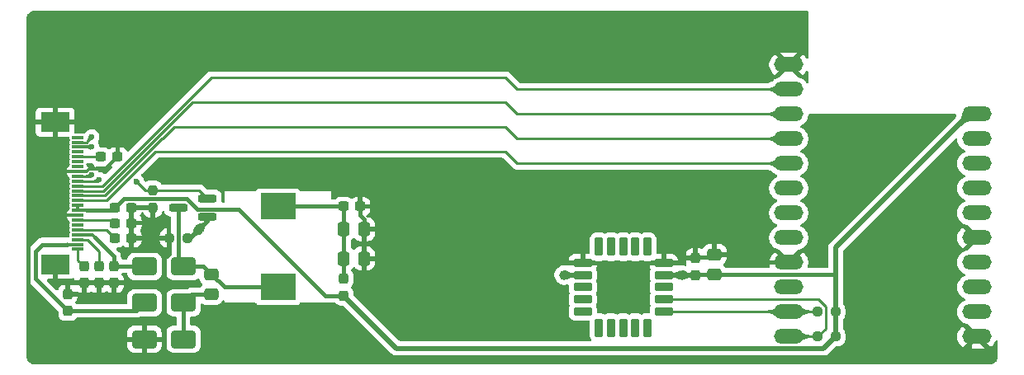
<source format=gbr>
%TF.GenerationSoftware,KiCad,Pcbnew,9.0.3*%
%TF.CreationDate,2025-08-31T00:36:59+09:00*%
%TF.ProjectId,dash,64617368-2e6b-4696-9361-645f70636258,rev?*%
%TF.SameCoordinates,Original*%
%TF.FileFunction,Copper,L2,Bot*%
%TF.FilePolarity,Positive*%
%FSLAX46Y46*%
G04 Gerber Fmt 4.6, Leading zero omitted, Abs format (unit mm)*
G04 Created by KiCad (PCBNEW 9.0.3) date 2025-08-31 00:36:59*
%MOMM*%
%LPD*%
G01*
G04 APERTURE LIST*
G04 Aperture macros list*
%AMRoundRect*
0 Rectangle with rounded corners*
0 $1 Rounding radius*
0 $2 $3 $4 $5 $6 $7 $8 $9 X,Y pos of 4 corners*
0 Add a 4 corners polygon primitive as box body*
4,1,4,$2,$3,$4,$5,$6,$7,$8,$9,$2,$3,0*
0 Add four circle primitives for the rounded corners*
1,1,$1+$1,$2,$3*
1,1,$1+$1,$4,$5*
1,1,$1+$1,$6,$7*
1,1,$1+$1,$8,$9*
0 Add four rect primitives between the rounded corners*
20,1,$1+$1,$2,$3,$4,$5,0*
20,1,$1+$1,$4,$5,$6,$7,0*
20,1,$1+$1,$6,$7,$8,$9,0*
20,1,$1+$1,$8,$9,$2,$3,0*%
G04 Aperture macros list end*
%TA.AperFunction,ComponentPad*%
%ADD10O,3.000000X1.500000*%
%TD*%
%TA.AperFunction,SMDPad,CuDef*%
%ADD11RoundRect,0.250000X1.000000X0.650000X-1.000000X0.650000X-1.000000X-0.650000X1.000000X-0.650000X0*%
%TD*%
%TA.AperFunction,SMDPad,CuDef*%
%ADD12RoundRect,0.250000X-1.000000X-0.650000X1.000000X-0.650000X1.000000X0.650000X-1.000000X0.650000X0*%
%TD*%
%TA.AperFunction,SMDPad,CuDef*%
%ADD13RoundRect,0.237500X0.250000X0.237500X-0.250000X0.237500X-0.250000X-0.237500X0.250000X-0.237500X0*%
%TD*%
%TA.AperFunction,SMDPad,CuDef*%
%ADD14RoundRect,0.237500X-0.237500X0.300000X-0.237500X-0.300000X0.237500X-0.300000X0.237500X0.300000X0*%
%TD*%
%TA.AperFunction,SMDPad,CuDef*%
%ADD15R,1.300000X0.300000*%
%TD*%
%TA.AperFunction,SMDPad,CuDef*%
%ADD16R,3.000000X2.000000*%
%TD*%
%TA.AperFunction,SMDPad,CuDef*%
%ADD17RoundRect,0.237500X-0.237500X0.250000X-0.237500X-0.250000X0.237500X-0.250000X0.237500X0.250000X0*%
%TD*%
%TA.AperFunction,SMDPad,CuDef*%
%ADD18RoundRect,0.200000X0.750000X0.200000X-0.750000X0.200000X-0.750000X-0.200000X0.750000X-0.200000X0*%
%TD*%
%TA.AperFunction,SMDPad,CuDef*%
%ADD19RoundRect,0.237500X-0.300000X-0.237500X0.300000X-0.237500X0.300000X0.237500X-0.300000X0.237500X0*%
%TD*%
%TA.AperFunction,SMDPad,CuDef*%
%ADD20RoundRect,0.250000X-0.337500X-0.475000X0.337500X-0.475000X0.337500X0.475000X-0.337500X0.475000X0*%
%TD*%
%TA.AperFunction,SMDPad,CuDef*%
%ADD21RoundRect,0.237500X0.237500X-0.300000X0.237500X0.300000X-0.237500X0.300000X-0.237500X-0.300000X0*%
%TD*%
%TA.AperFunction,SMDPad,CuDef*%
%ADD22RoundRect,0.250000X0.475000X-0.337500X0.475000X0.337500X-0.475000X0.337500X-0.475000X-0.337500X0*%
%TD*%
%TA.AperFunction,SMDPad,CuDef*%
%ADD23R,3.600000X2.700000*%
%TD*%
%TA.AperFunction,SMDPad,CuDef*%
%ADD24RoundRect,0.237500X0.300000X0.237500X-0.300000X0.237500X-0.300000X-0.237500X0.300000X-0.237500X0*%
%TD*%
%TA.AperFunction,SMDPad,CuDef*%
%ADD25RoundRect,0.237500X0.237500X-0.287500X0.237500X0.287500X-0.237500X0.287500X-0.237500X-0.287500X0*%
%TD*%
%TA.AperFunction,SMDPad,CuDef*%
%ADD26RoundRect,0.212500X-0.212500X0.737500X-0.212500X-0.737500X0.212500X-0.737500X0.212500X0.737500X0*%
%TD*%
%TA.AperFunction,SMDPad,CuDef*%
%ADD27RoundRect,0.212500X-0.737500X0.212500X-0.737500X-0.212500X0.737500X-0.212500X0.737500X0.212500X0*%
%TD*%
%TA.AperFunction,HeatsinkPad*%
%ADD28R,4.800000X4.800000*%
%TD*%
%TA.AperFunction,ViaPad*%
%ADD29C,0.600000*%
%TD*%
%TA.AperFunction,ViaPad*%
%ADD30C,1.000000*%
%TD*%
%TA.AperFunction,Conductor*%
%ADD31C,0.500000*%
%TD*%
%TA.AperFunction,Conductor*%
%ADD32C,0.400000*%
%TD*%
%TA.AperFunction,Conductor*%
%ADD33C,0.300000*%
%TD*%
%TA.AperFunction,Conductor*%
%ADD34C,0.250000*%
%TD*%
G04 APERTURE END LIST*
D10*
%TO.P,U1,1,GND*%
%TO.N,GND*%
X165610000Y-67380000D03*
%TO.P,U1,2,G4*%
%TO.N,/~{D{slash}C}*%
X165610000Y-69920000D03*
%TO.P,U1,3,G5*%
%TO.N,/~{CS}*%
X165610000Y-72460000D03*
%TO.P,U1,4,G6*%
%TO.N,/SCK*%
X165610000Y-75000000D03*
%TO.P,U1,5,G7*%
%TO.N,/MOSI*%
X165610000Y-77540000D03*
%TO.P,U1,6,G8*%
%TO.N,/~{RES}*%
X165610000Y-80080000D03*
%TO.P,U1,7,G10*%
%TO.N,/BUSY*%
X165610000Y-82620000D03*
%TO.P,U1,8,5V*%
%TO.N,unconnected-(U1-5V-Pad8)*%
X165610000Y-85160000D03*
%TO.P,U1,9,GND*%
%TO.N,GND*%
X165610000Y-87700000D03*
%TO.P,U1,10,5V*%
%TO.N,unconnected-(U1-5V-Pad10)*%
X165610000Y-90240000D03*
%TO.P,U1,11,G1*%
%TO.N,/SDA*%
X165610000Y-92780000D03*
%TO.P,U1,12,G0*%
%TO.N,/SCL*%
X165610000Y-95320000D03*
%TO.P,U1,13,GND*%
%TO.N,GND*%
X184890000Y-95320000D03*
%TO.P,U1,14,5V*%
%TO.N,unconnected-(U1-5V-Pad14)*%
X184890000Y-92780000D03*
%TO.P,U1,15,G19*%
%TO.N,unconnected-(U1-G19-Pad15)*%
X184890000Y-90240000D03*
%TO.P,U1,16,G18*%
%TO.N,unconnected-(U1-G18-Pad16)*%
X184890000Y-87700000D03*
%TO.P,U1,17,GND*%
%TO.N,GND*%
X184890000Y-85160000D03*
%TO.P,U1,18,G9*%
%TO.N,unconnected-(U1-G9-Pad18)*%
X184890000Y-82620000D03*
%TO.P,U1,19,EN*%
%TO.N,unconnected-(U1-EN-Pad19)*%
X184890000Y-80080000D03*
%TO.P,U1,20,G20*%
%TO.N,unconnected-(U1-G20-Pad20)*%
X184890000Y-77540000D03*
%TO.P,U1,21,G21*%
%TO.N,unconnected-(U1-G21-Pad21)*%
X184890000Y-75000000D03*
%TO.P,U1,22,3V3*%
%TO.N,+3.3V*%
X184890000Y-72460000D03*
%TD*%
D11*
%TO.P,D1,1,K*%
%TO.N,Net-(D1-K)*%
X103562500Y-91850000D03*
%TO.P,D1,2,A*%
%TO.N,/VGL*%
X99562500Y-91850000D03*
%TD*%
D12*
%TO.P,D3,1,K*%
%TO.N,/VGH*%
X99562500Y-88100000D03*
%TO.P,D3,2,A*%
%TO.N,Net-(D3-A)*%
X103562500Y-88100000D03*
%TD*%
D13*
%TO.P,R2,1*%
%TO.N,/RESE*%
X103940187Y-85197095D03*
%TO.P,R2,2*%
%TO.N,GND*%
X102115187Y-85197095D03*
%TD*%
%TO.P,R4,1*%
%TO.N,+3.3V*%
X170425000Y-95300000D03*
%TO.P,R4,2*%
%TO.N,/SCL*%
X168600000Y-95300000D03*
%TD*%
D14*
%TO.P,C8,1*%
%TO.N,/VCOM*%
X93350000Y-88075000D03*
%TO.P,C8,2*%
%TO.N,GND*%
X93350000Y-89800000D03*
%TD*%
D13*
%TO.P,R3,1*%
%TO.N,+3.3V*%
X170425000Y-92750000D03*
%TO.P,R3,2*%
%TO.N,/SDA*%
X168600000Y-92750000D03*
%TD*%
D15*
%TO.P,J1,1,NC*%
%TO.N,unconnected-(J1-NC-Pad1)*%
X92750000Y-74850000D03*
%TO.P,J1,2,GDR*%
%TO.N,/GDR*%
X92750000Y-75350000D03*
%TO.P,J1,3,RESE*%
%TO.N,/RESE*%
X92750000Y-75850000D03*
%TO.P,J1,4,NC*%
%TO.N,unconnected-(J1-NC-Pad4)*%
X92750000Y-76350000D03*
%TO.P,J1,5,VSH2*%
%TO.N,Net-(J1-VSH2)*%
X92750000Y-76850000D03*
%TO.P,J1,6,TSCL*%
%TO.N,unconnected-(J1-TSCL-Pad6)*%
X92750000Y-77350000D03*
%TO.P,J1,7,TSDA*%
%TO.N,unconnected-(J1-TSDA-Pad7)*%
X92750000Y-77850000D03*
%TO.P,J1,8,BS1*%
%TO.N,GND*%
X92750000Y-78350000D03*
%TO.P,J1,9,BUSY*%
%TO.N,/BUSY*%
X92750000Y-78850000D03*
%TO.P,J1,10,~{RES}*%
%TO.N,/~{RES}*%
X92750000Y-79350000D03*
%TO.P,J1,11,~{D/C}*%
%TO.N,/~{D{slash}C}*%
X92750000Y-79850000D03*
%TO.P,J1,12,~{CS}*%
%TO.N,/~{CS}*%
X92750000Y-80350000D03*
%TO.P,J1,13,SCL*%
%TO.N,/SCK*%
X92750000Y-80850000D03*
%TO.P,J1,14,SDA*%
%TO.N,/MOSI*%
X92750000Y-81350000D03*
%TO.P,J1,15,VDDIO*%
%TO.N,+3.3V*%
X92750000Y-81850000D03*
%TO.P,J1,16,VCI*%
X92750000Y-82350000D03*
%TO.P,J1,17,VSS*%
%TO.N,GND*%
X92750000Y-82850000D03*
%TO.P,J1,18,VDD*%
%TO.N,/VDD*%
X92750000Y-83350000D03*
%TO.P,J1,19,VPP*%
%TO.N,unconnected-(J1-VPP-Pad19)*%
X92750000Y-83850000D03*
%TO.P,J1,20,VSH1*%
%TO.N,/VSH1*%
X92750000Y-84350000D03*
%TO.P,J1,21,VGH*%
%TO.N,/VGH*%
X92750000Y-84850000D03*
%TO.P,J1,22,VSL*%
%TO.N,/VSL*%
X92750000Y-85350000D03*
%TO.P,J1,23,VGL*%
%TO.N,/VGL*%
X92750000Y-85850000D03*
%TO.P,J1,24,VCOM*%
%TO.N,/VCOM*%
X92750000Y-86350000D03*
D16*
%TO.P,J1,MP,MP*%
%TO.N,GND*%
X90400000Y-87890000D03*
X90400000Y-73310000D03*
%TD*%
D17*
%TO.P,R1,1*%
%TO.N,/GDR*%
X100400000Y-80275000D03*
%TO.P,R1,2*%
%TO.N,GND*%
X100400000Y-82100000D03*
%TD*%
D18*
%TO.P,Q1,1,G*%
%TO.N,/GDR*%
X106027687Y-81147095D03*
%TO.P,Q1,2,S*%
%TO.N,/RESE*%
X106027687Y-83047095D03*
%TO.P,Q1,3,D*%
%TO.N,Net-(D3-A)*%
X103027687Y-82097095D03*
%TD*%
D19*
%TO.P,C3,1*%
%TO.N,/VDD*%
X96515187Y-83647095D03*
%TO.P,C3,2*%
%TO.N,GND*%
X98240187Y-83647095D03*
%TD*%
D20*
%TO.P,C10,1*%
%TO.N,Net-(C10-Pad1)*%
X120000000Y-87300000D03*
%TO.P,C10,2*%
%TO.N,GND*%
X122075000Y-87300000D03*
%TD*%
D21*
%TO.P,C7,1*%
%TO.N,/VGL*%
X91700000Y-92675000D03*
%TO.P,C7,2*%
%TO.N,GND*%
X91700000Y-90950000D03*
%TD*%
D14*
%TO.P,C6,1*%
%TO.N,/VSL*%
X94900000Y-88075000D03*
%TO.P,C6,2*%
%TO.N,GND*%
X94900000Y-89800000D03*
%TD*%
D19*
%TO.P,C4,1*%
%TO.N,/VSH1*%
X96515187Y-85197095D03*
%TO.P,C4,2*%
%TO.N,GND*%
X98240187Y-85197095D03*
%TD*%
%TO.P,C14,1*%
%TO.N,Net-(C10-Pad1)*%
X119950000Y-81950000D03*
%TO.P,C14,2*%
%TO.N,GND*%
X121675000Y-81950000D03*
%TD*%
D22*
%TO.P,C12,1*%
%TO.N,+3.3V*%
X158000000Y-88950000D03*
%TO.P,C12,2*%
%TO.N,GND*%
X158000000Y-86875000D03*
%TD*%
D23*
%TO.P,L1,1,1*%
%TO.N,Net-(C10-Pad1)*%
X113250000Y-81950000D03*
%TO.P,L1,2,2*%
%TO.N,Net-(D3-A)*%
X113250000Y-90250000D03*
%TD*%
D19*
%TO.P,C2,1*%
%TO.N,+3.3V*%
X96515187Y-82097095D03*
%TO.P,C2,2*%
%TO.N,GND*%
X98240187Y-82097095D03*
%TD*%
D21*
%TO.P,C13,1*%
%TO.N,+3.3V*%
X156050000Y-89000000D03*
%TO.P,C13,2*%
%TO.N,GND*%
X156050000Y-87275000D03*
%TD*%
D24*
%TO.P,C1,1*%
%TO.N,GND*%
X96812500Y-76850000D03*
%TO.P,C1,2*%
%TO.N,Net-(J1-VSH2)*%
X95087500Y-76850000D03*
%TD*%
D25*
%TO.P,L2,1,1*%
%TO.N,+3.3V*%
X120000000Y-91125000D03*
%TO.P,L2,2,2*%
%TO.N,Net-(C10-Pad1)*%
X120000000Y-89375000D03*
%TD*%
D14*
%TO.P,C5,1*%
%TO.N,/VGH*%
X96450000Y-88075000D03*
%TO.P,C5,2*%
%TO.N,GND*%
X96450000Y-89800000D03*
%TD*%
D12*
%TO.P,D2,1,K*%
%TO.N,GND*%
X99562500Y-95600000D03*
%TO.P,D2,2,A*%
%TO.N,Net-(D1-K)*%
X103562500Y-95600000D03*
%TD*%
D26*
%TO.P,U2,1*%
%TO.N,N/C*%
X146150000Y-86100000D03*
%TO.P,U2,2*%
X147400000Y-86100000D03*
%TO.P,U2,3*%
X148650000Y-86100000D03*
%TO.P,U2,4*%
X149900000Y-86100000D03*
%TO.P,U2,5*%
X151150000Y-86100000D03*
D27*
%TO.P,U2,6,GND*%
%TO.N,GND*%
X152800000Y-87750000D03*
%TO.P,U2,7,VDD*%
%TO.N,+3.3V*%
X152800000Y-89000000D03*
%TO.P,U2,8*%
%TO.N,N/C*%
X152800000Y-90250000D03*
%TO.P,U2,9,SCL*%
%TO.N,/SCL*%
X152800000Y-91500000D03*
%TO.P,U2,10,SDA*%
%TO.N,/SDA*%
X152800000Y-92750000D03*
D26*
%TO.P,U2,11*%
%TO.N,N/C*%
X151150000Y-94400000D03*
%TO.P,U2,12*%
X149900000Y-94400000D03*
%TO.P,U2,13*%
X148650000Y-94400000D03*
%TO.P,U2,14*%
X147400000Y-94400000D03*
%TO.P,U2,15*%
X146150000Y-94400000D03*
D27*
%TO.P,U2,16*%
X144500000Y-92750000D03*
%TO.P,U2,17*%
X144500000Y-91500000D03*
%TO.P,U2,18*%
X144500000Y-90250000D03*
%TO.P,U2,19,VDD*%
%TO.N,+3.3V*%
X144500000Y-89000000D03*
%TO.P,U2,20,GND*%
%TO.N,GND*%
X144500000Y-87750000D03*
D28*
%TO.P,U2,21,GND*%
X148650000Y-90250000D03*
%TD*%
D20*
%TO.P,C11,1*%
%TO.N,Net-(C10-Pad1)*%
X120000000Y-84290000D03*
%TO.P,C11,2*%
%TO.N,GND*%
X122075000Y-84290000D03*
%TD*%
D22*
%TO.P,C9,1*%
%TO.N,Net-(D1-K)*%
X106400000Y-90987500D03*
%TO.P,C9,2*%
%TO.N,Net-(D3-A)*%
X106400000Y-88912500D03*
%TD*%
D29*
%TO.N,GND*%
X144400000Y-94500000D03*
X97100000Y-91450000D03*
X100450000Y-78500000D03*
X145500000Y-62850000D03*
X97550000Y-86600000D03*
X166700000Y-62850000D03*
X170500000Y-97200000D03*
X88450000Y-91650000D03*
X155500000Y-97550000D03*
X130500000Y-62850000D03*
X95500000Y-97200000D03*
X115500000Y-62850000D03*
X100500000Y-62850000D03*
X160500000Y-62850000D03*
X182350000Y-76350000D03*
X168750000Y-87700000D03*
X88450000Y-62850000D03*
X100200000Y-85850000D03*
X122550000Y-89600000D03*
X125500000Y-97550000D03*
X171900000Y-86800000D03*
X110500000Y-97200000D03*
X88450000Y-97150000D03*
X88450000Y-70650000D03*
X130450000Y-82050000D03*
X140500000Y-97550000D03*
X155600000Y-81300000D03*
X169300000Y-73250000D03*
X180850000Y-73250000D03*
X186050000Y-97200000D03*
X88450000Y-81650000D03*
D30*
%TO.N,+3.3V*%
X142600000Y-89000000D03*
X154650000Y-89000000D03*
D29*
%TO.N,/~{RES}*%
X94950000Y-79225000D03*
D30*
%TO.N,/RESE*%
X105150000Y-84300000D03*
D29*
X94150000Y-75850000D03*
%TO.N,/GDR*%
X98700000Y-79350000D03*
X94150000Y-74800000D03*
%TO.N,/BUSY*%
X94150000Y-78725000D03*
%TD*%
D31*
%TO.N,+3.3V*%
X170425000Y-86175000D02*
X170425000Y-88950000D01*
D32*
X158000000Y-88950000D02*
X170425000Y-88950000D01*
D31*
X170425000Y-95300000D02*
X169204000Y-96521000D01*
X169204000Y-96521000D02*
X125396000Y-96521000D01*
X125396000Y-96521000D02*
X120000000Y-91125000D01*
X184140000Y-72460000D02*
X170425000Y-86175000D01*
X170425000Y-88950000D02*
X170425000Y-95300000D01*
D32*
%TO.N,GND*%
X158000000Y-86875000D02*
X157725000Y-87150000D01*
X157725000Y-87150000D02*
X156175000Y-87150000D01*
X156175000Y-87150000D02*
X156050000Y-87275000D01*
X96450000Y-89800000D02*
X101550000Y-89800000D01*
X184140000Y-97800000D02*
X99562500Y-97800000D01*
X154925000Y-87275000D02*
X154450000Y-87750000D01*
X99300000Y-82100000D02*
X98243092Y-82100000D01*
X98240187Y-82097095D02*
X98240187Y-85197095D01*
X133300000Y-87300000D02*
X122075000Y-87300000D01*
X96450000Y-89800000D02*
X93350000Y-89800000D01*
X159875000Y-86875000D02*
X158000000Y-86875000D01*
X166360000Y-87700000D02*
X160700000Y-87700000D01*
X122075000Y-87300000D02*
X122075000Y-84290000D01*
D33*
X96812500Y-76850000D02*
X95588500Y-78074000D01*
D32*
X98240187Y-85197095D02*
X100350000Y-85197095D01*
X154450000Y-87750000D02*
X152800000Y-87750000D01*
X90400000Y-73310000D02*
X90400000Y-77350000D01*
D33*
X95588500Y-78074000D02*
X93880346Y-78074000D01*
D32*
X87651000Y-92401000D02*
X87651000Y-85149000D01*
X102115187Y-85197095D02*
X102115187Y-86784813D01*
X122075000Y-83225000D02*
X121675000Y-82825000D01*
X91700000Y-89800000D02*
X91700000Y-90950000D01*
D33*
X91400000Y-78350000D02*
X90400000Y-77350000D01*
X91400000Y-82850000D02*
X92750000Y-82850000D01*
D32*
X160700000Y-87700000D02*
X159875000Y-86875000D01*
X89950000Y-82850000D02*
X91400000Y-82850000D01*
X146150000Y-87750000D02*
X148650000Y-90250000D01*
X184140000Y-95320000D02*
X184140000Y-97800000D01*
X133750000Y-87750000D02*
X133300000Y-87300000D01*
X99562500Y-95600000D02*
X90850000Y-95600000D01*
X101550000Y-87350000D02*
X101550000Y-89800000D01*
X101550000Y-89800000D02*
X101550000Y-95600000D01*
D33*
X92750000Y-78350000D02*
X91400000Y-78350000D01*
D32*
X144500000Y-87750000D02*
X133750000Y-87750000D01*
X101550000Y-95600000D02*
X99562500Y-95600000D01*
X152800000Y-87750000D02*
X151150000Y-87750000D01*
X100350000Y-85197095D02*
X102115187Y-85197095D01*
D33*
X93604346Y-78350000D02*
X92750000Y-78350000D01*
D32*
X98243092Y-82100000D02*
X98240187Y-82097095D01*
X102115187Y-86784813D02*
X101550000Y-87350000D01*
X122075000Y-84290000D02*
X122075000Y-83225000D01*
D33*
X91400000Y-78350000D02*
X91400000Y-82850000D01*
D32*
X156050000Y-87275000D02*
X154925000Y-87275000D01*
X121675000Y-82825000D02*
X121675000Y-81950000D01*
D33*
X93880346Y-78074000D02*
X93604346Y-78350000D01*
D32*
X99562500Y-97800000D02*
X99562500Y-95600000D01*
X90400000Y-87890000D02*
X90400000Y-89800000D01*
X100400000Y-82100000D02*
X99300000Y-82100000D01*
X144500000Y-87750000D02*
X146150000Y-87750000D01*
X90850000Y-95600000D02*
X87651000Y-92401000D01*
X87651000Y-85149000D02*
X89950000Y-82850000D01*
X90400000Y-89800000D02*
X91700000Y-89800000D01*
X151150000Y-87750000D02*
X148650000Y-90250000D01*
X93350000Y-89800000D02*
X91700000Y-89800000D01*
D34*
%TO.N,Net-(J1-VSH2)*%
X95087500Y-76850000D02*
X92750000Y-76850000D01*
D32*
%TO.N,+3.3V*%
X156100000Y-88950000D02*
X156050000Y-89000000D01*
D33*
X92750000Y-82350000D02*
X93600000Y-82350000D01*
D32*
X156050000Y-89000000D02*
X154650000Y-89000000D01*
D33*
X92750000Y-81850000D02*
X92750000Y-82350000D01*
D32*
X144500000Y-89000000D02*
X142600000Y-89000000D01*
X158000000Y-88950000D02*
X156100000Y-88950000D01*
X154650000Y-89000000D02*
X152800000Y-89000000D01*
D34*
%TO.N,/VDD*%
X96515187Y-83647095D02*
X96218092Y-83350000D01*
X96218092Y-83350000D02*
X92750000Y-83350000D01*
%TO.N,/VSH1*%
X95668092Y-84350000D02*
X92750000Y-84350000D01*
X96515187Y-85197095D02*
X95668092Y-84350000D01*
D33*
%TO.N,/VGH*%
X94200000Y-84850000D02*
X94500000Y-85150000D01*
D32*
X96450000Y-88075000D02*
X96450000Y-87100000D01*
X96450000Y-88075000D02*
X99537500Y-88075000D01*
X99537500Y-88075000D02*
X99562500Y-88100000D01*
D33*
X92750000Y-84850000D02*
X94200000Y-84850000D01*
D32*
X96450000Y-87100000D02*
X94500000Y-85150000D01*
D34*
%TO.N,/VSL*%
X93702000Y-85350000D02*
X92750000Y-85350000D01*
X94900000Y-88075000D02*
X94900000Y-86548000D01*
X94900000Y-86548000D02*
X93702000Y-85350000D01*
D32*
%TO.N,/VGL*%
X88350000Y-89350000D02*
X88350000Y-86600000D01*
X89100000Y-85850000D02*
X91600000Y-85850000D01*
X98737500Y-92675000D02*
X91700000Y-92675000D01*
X91700000Y-92675000D02*
X91675000Y-92675000D01*
X88350000Y-86600000D02*
X89100000Y-85850000D01*
X91675000Y-92675000D02*
X88350000Y-89350000D01*
X99562500Y-91850000D02*
X98737500Y-92675000D01*
D33*
X92750000Y-85850000D02*
X91600000Y-85850000D01*
D34*
%TO.N,/VCOM*%
X92750000Y-86350000D02*
X92750000Y-87475000D01*
X92750000Y-87475000D02*
X93350000Y-88075000D01*
D32*
%TO.N,Net-(D3-A)*%
X103027687Y-82097095D02*
X103012500Y-82112282D01*
X113250000Y-90250000D02*
X107737500Y-90250000D01*
X103012500Y-87550000D02*
X103562500Y-88100000D01*
X103562500Y-88100000D02*
X105587500Y-88100000D01*
X103012500Y-82112282D02*
X103012500Y-87550000D01*
X105587500Y-88100000D02*
X106400000Y-88912500D01*
X107737500Y-90250000D02*
X106400000Y-88912500D01*
%TO.N,Net-(D1-K)*%
X104425000Y-90987500D02*
X103562500Y-91850000D01*
X103562500Y-95600000D02*
X103562500Y-91850000D01*
X106400000Y-90987500D02*
X104425000Y-90987500D01*
%TO.N,Net-(C10-Pad1)*%
X120000000Y-87300000D02*
X120000000Y-84290000D01*
X119950000Y-84240000D02*
X120000000Y-84290000D01*
X119950000Y-81950000D02*
X119950000Y-84240000D01*
X120000000Y-89375000D02*
X120000000Y-87300000D01*
X119950000Y-81950000D02*
X113250000Y-81950000D01*
D34*
%TO.N,/MOSI*%
X95650000Y-81350000D02*
X100680000Y-76320000D01*
X92750000Y-81350000D02*
X95650000Y-81350000D01*
X137790000Y-77540000D02*
X166360000Y-77540000D01*
X100680000Y-76320000D02*
X136570000Y-76320000D01*
X136570000Y-76320000D02*
X137790000Y-77540000D01*
%TO.N,/~{CS}*%
X101175380Y-74549000D02*
X101201000Y-74549000D01*
X137790000Y-72460000D02*
X166360000Y-72460000D01*
X101201000Y-74549000D02*
X104510000Y-71240000D01*
X92750000Y-80350000D02*
X95374380Y-80350000D01*
X104510000Y-71240000D02*
X136570000Y-71240000D01*
X136570000Y-71240000D02*
X137790000Y-72460000D01*
X95374380Y-80350000D02*
X101175380Y-74549000D01*
%TO.N,/~{RES}*%
X92750000Y-79350000D02*
X94825000Y-79350000D01*
X94825000Y-79350000D02*
X94950000Y-79225000D01*
D32*
%TO.N,/RESE*%
X106027687Y-83422313D02*
X105150000Y-84300000D01*
D33*
X92750000Y-75850000D02*
X94150000Y-75850000D01*
D32*
X104252905Y-85197095D02*
X105150000Y-84300000D01*
X103940187Y-85197095D02*
X104252905Y-85197095D01*
X106027687Y-83047095D02*
X106027687Y-83422313D01*
D34*
%TO.N,/SCK*%
X102607810Y-73780000D02*
X136570000Y-73780000D01*
X101387810Y-75000000D02*
X102607810Y-73780000D01*
X136570000Y-73780000D02*
X137790000Y-75000000D01*
X95512190Y-80850000D02*
X101362190Y-75000000D01*
X92750000Y-80850000D02*
X95512190Y-80850000D01*
X137790000Y-75000000D02*
X166360000Y-75000000D01*
X101362190Y-75000000D02*
X101387810Y-75000000D01*
%TO.N,/GDR*%
X93600000Y-75350000D02*
X94150000Y-74800000D01*
X92750000Y-75350000D02*
X93600000Y-75350000D01*
X105180592Y-80300000D02*
X100425000Y-80300000D01*
X99625000Y-80275000D02*
X98700000Y-79350000D01*
X100400000Y-80275000D02*
X99625000Y-80275000D01*
X100425000Y-80300000D02*
X100400000Y-80275000D01*
X106027687Y-81147095D02*
X105180592Y-80300000D01*
%TO.N,/~{D{slash}C}*%
X137790000Y-69920000D02*
X166360000Y-69920000D01*
X95236570Y-79850000D02*
X106386570Y-68700000D01*
X92750000Y-79850000D02*
X95236570Y-79850000D01*
X136570000Y-68700000D02*
X137790000Y-69920000D01*
X106386570Y-68700000D02*
X136570000Y-68700000D01*
%TO.N,/BUSY*%
X94025000Y-78850000D02*
X94150000Y-78725000D01*
X92750000Y-78850000D02*
X94025000Y-78850000D01*
%TO.N,/SDA*%
X166360000Y-92780000D02*
X166330000Y-92750000D01*
X166390000Y-92750000D02*
X166360000Y-92780000D01*
X168600000Y-92750000D02*
X166390000Y-92750000D01*
X166330000Y-92750000D02*
X152800000Y-92750000D01*
%TO.N,/SCL*%
X169413500Y-92272510D02*
X169413500Y-94486500D01*
X152800000Y-91500000D02*
X168640990Y-91500000D01*
X169413500Y-94486500D02*
X168600000Y-95300000D01*
X166380000Y-95300000D02*
X166360000Y-95320000D01*
X168640990Y-91500000D02*
X169413500Y-92272510D01*
X168600000Y-95300000D02*
X166380000Y-95300000D01*
D32*
%TO.N,+3.3V*%
X103899576Y-81163500D02*
X97448782Y-81163500D01*
X96515187Y-82097095D02*
X96262282Y-82350000D01*
X109198095Y-82246095D02*
X104982171Y-82246095D01*
X120000000Y-91125000D02*
X118077000Y-91125000D01*
X118077000Y-91125000D02*
X109198095Y-82246095D01*
X96262282Y-82350000D02*
X93600000Y-82350000D01*
X104982171Y-82246095D02*
X103899576Y-81163500D01*
X97448782Y-81163500D02*
X96515187Y-82097095D01*
%TD*%
%TA.AperFunction,Conductor*%
%TO.N,GND*%
G36*
X182808834Y-74955047D02*
G01*
X182864767Y-74996919D01*
X182889184Y-75062383D01*
X182889500Y-75071229D01*
X182889500Y-75098422D01*
X182920290Y-75292826D01*
X182981117Y-75480029D01*
X183070476Y-75655405D01*
X183186172Y-75814646D01*
X183325354Y-75953828D01*
X183484595Y-76069524D01*
X183501684Y-76078231D01*
X183661213Y-76159515D01*
X183712009Y-76207489D01*
X183728804Y-76275310D01*
X183706267Y-76341445D01*
X183661213Y-76380485D01*
X183484594Y-76470476D01*
X183400369Y-76531670D01*
X183325354Y-76586172D01*
X183325352Y-76586174D01*
X183325351Y-76586174D01*
X183186174Y-76725351D01*
X183186174Y-76725352D01*
X183186172Y-76725354D01*
X183154756Y-76768594D01*
X183070476Y-76884594D01*
X182981117Y-77059970D01*
X182920290Y-77247173D01*
X182889500Y-77441577D01*
X182889500Y-77638422D01*
X182920290Y-77832826D01*
X182981117Y-78020029D01*
X183067145Y-78188867D01*
X183070476Y-78195405D01*
X183186172Y-78354646D01*
X183325354Y-78493828D01*
X183484595Y-78609524D01*
X183579580Y-78657921D01*
X183661213Y-78699515D01*
X183712009Y-78747489D01*
X183728804Y-78815310D01*
X183706267Y-78881445D01*
X183661213Y-78920485D01*
X183484594Y-79010476D01*
X183395592Y-79075141D01*
X183325354Y-79126172D01*
X183325352Y-79126174D01*
X183325351Y-79126174D01*
X183186174Y-79265351D01*
X183186174Y-79265352D01*
X183186172Y-79265354D01*
X183162944Y-79297325D01*
X183070476Y-79424594D01*
X182981117Y-79599970D01*
X182920290Y-79787173D01*
X182889500Y-79981577D01*
X182889500Y-80178422D01*
X182920290Y-80372826D01*
X182981117Y-80560029D01*
X183030776Y-80657489D01*
X183070476Y-80735405D01*
X183186172Y-80894646D01*
X183325354Y-81033828D01*
X183484595Y-81149524D01*
X183607992Y-81212397D01*
X183661213Y-81239515D01*
X183712009Y-81287489D01*
X183728804Y-81355310D01*
X183706267Y-81421445D01*
X183661213Y-81460485D01*
X183484594Y-81550476D01*
X183416431Y-81600000D01*
X183325354Y-81666172D01*
X183325352Y-81666174D01*
X183325351Y-81666174D01*
X183186174Y-81805351D01*
X183186174Y-81805352D01*
X183186172Y-81805354D01*
X183171172Y-81826000D01*
X183070476Y-81964594D01*
X182981117Y-82139970D01*
X182920290Y-82327173D01*
X182889500Y-82521577D01*
X182889500Y-82718422D01*
X182920290Y-82912826D01*
X182981117Y-83100029D01*
X183062342Y-83259442D01*
X183070476Y-83275405D01*
X183186172Y-83434646D01*
X183325354Y-83573828D01*
X183484595Y-83689524D01*
X183567455Y-83731743D01*
X183659970Y-83778882D01*
X183659972Y-83778882D01*
X183659975Y-83778884D01*
X183847174Y-83839709D01*
X183892458Y-83846881D01*
X183897785Y-83847725D01*
X183960919Y-83877654D01*
X183966068Y-83882517D01*
X184979094Y-84895543D01*
X185012579Y-84956866D01*
X185007595Y-85026558D01*
X184979095Y-85070905D01*
X184890000Y-85160000D01*
X184979094Y-85249094D01*
X185012579Y-85310417D01*
X185007595Y-85380109D01*
X184979094Y-85424456D01*
X183966068Y-86437482D01*
X183904745Y-86470967D01*
X183897787Y-86472274D01*
X183847171Y-86480291D01*
X183659970Y-86541117D01*
X183484594Y-86630476D01*
X183404227Y-86688867D01*
X183325354Y-86746172D01*
X183325352Y-86746174D01*
X183325351Y-86746174D01*
X183186174Y-86885351D01*
X183186174Y-86885352D01*
X183186172Y-86885354D01*
X183140704Y-86947935D01*
X183070476Y-87044594D01*
X182981117Y-87219970D01*
X182920290Y-87407173D01*
X182889500Y-87601577D01*
X182889500Y-87798422D01*
X182920290Y-87992826D01*
X182981117Y-88180029D01*
X183047049Y-88309427D01*
X183070476Y-88355405D01*
X183186172Y-88514646D01*
X183325354Y-88653828D01*
X183484595Y-88769524D01*
X183580758Y-88818521D01*
X183661213Y-88859515D01*
X183712009Y-88907489D01*
X183728804Y-88975310D01*
X183706267Y-89041445D01*
X183661213Y-89080485D01*
X183484594Y-89170476D01*
X183418281Y-89218656D01*
X183325354Y-89286172D01*
X183325352Y-89286174D01*
X183325351Y-89286174D01*
X183186174Y-89425351D01*
X183186174Y-89425352D01*
X183186172Y-89425354D01*
X183179299Y-89434814D01*
X183070476Y-89584594D01*
X182981117Y-89759970D01*
X182920290Y-89947173D01*
X182889500Y-90141577D01*
X182889500Y-90338422D01*
X182920290Y-90532826D01*
X182981117Y-90720029D01*
X183043191Y-90841855D01*
X183070476Y-90895405D01*
X183186172Y-91054646D01*
X183325354Y-91193828D01*
X183484595Y-91309524D01*
X183563167Y-91349558D01*
X183661213Y-91399515D01*
X183712009Y-91447489D01*
X183728804Y-91515310D01*
X183706267Y-91581445D01*
X183661213Y-91620485D01*
X183484594Y-91710476D01*
X183416404Y-91760020D01*
X183325354Y-91826172D01*
X183325352Y-91826174D01*
X183325351Y-91826174D01*
X183186174Y-91965351D01*
X183186174Y-91965352D01*
X183186172Y-91965354D01*
X183153871Y-92009812D01*
X183070476Y-92124594D01*
X182981117Y-92299970D01*
X182920290Y-92487173D01*
X182889500Y-92681577D01*
X182889500Y-92878422D01*
X182920290Y-93072826D01*
X182981117Y-93260029D01*
X183060103Y-93415047D01*
X183070476Y-93435405D01*
X183186172Y-93594646D01*
X183325354Y-93733828D01*
X183484595Y-93849524D01*
X183567455Y-93891743D01*
X183659970Y-93938882D01*
X183659972Y-93938882D01*
X183659975Y-93938884D01*
X183847174Y-93999709D01*
X183892458Y-94006881D01*
X183897785Y-94007725D01*
X183960919Y-94037654D01*
X183966068Y-94042517D01*
X185066776Y-95143224D01*
X185113681Y-95190129D01*
X185147166Y-95251452D01*
X185150000Y-95277810D01*
X185150000Y-95350000D01*
X185222190Y-95350000D01*
X185289229Y-95369685D01*
X185309871Y-95386319D01*
X186305280Y-96381729D01*
X186305281Y-96381729D01*
X186454316Y-96273448D01*
X186454322Y-96273443D01*
X186593444Y-96134321D01*
X186709095Y-95975143D01*
X186798418Y-95799835D01*
X186807569Y-95771674D01*
X186847006Y-95713999D01*
X186911365Y-95686800D01*
X186980211Y-95698714D01*
X187031687Y-95745958D01*
X187049500Y-95809992D01*
X187049500Y-97343907D01*
X187048903Y-97356060D01*
X187048903Y-97356061D01*
X187035335Y-97493819D01*
X187030593Y-97517661D01*
X186992186Y-97644271D01*
X186982883Y-97666728D01*
X186920517Y-97783406D01*
X186907012Y-97803618D01*
X186823079Y-97905891D01*
X186805891Y-97923079D01*
X186703618Y-98007012D01*
X186683406Y-98020517D01*
X186566728Y-98082883D01*
X186544271Y-98092186D01*
X186417661Y-98130593D01*
X186393819Y-98135335D01*
X186256062Y-98148903D01*
X186243908Y-98149500D01*
X88256092Y-98149500D01*
X88243938Y-98148903D01*
X88106180Y-98135335D01*
X88082340Y-98130593D01*
X87955728Y-98092186D01*
X87933271Y-98082883D01*
X87816593Y-98020517D01*
X87796381Y-98007012D01*
X87694108Y-97923079D01*
X87676920Y-97905891D01*
X87592986Y-97803616D01*
X87579482Y-97783406D01*
X87517116Y-97666728D01*
X87507815Y-97644277D01*
X87469404Y-97517652D01*
X87464665Y-97493824D01*
X87451097Y-97356060D01*
X87450500Y-97343907D01*
X87450500Y-96299986D01*
X97812501Y-96299986D01*
X97822994Y-96402697D01*
X97878141Y-96569119D01*
X97878143Y-96569124D01*
X97970184Y-96718345D01*
X98094154Y-96842315D01*
X98243375Y-96934356D01*
X98243380Y-96934358D01*
X98409802Y-96989505D01*
X98409809Y-96989506D01*
X98512519Y-96999999D01*
X99312499Y-96999999D01*
X99812500Y-96999999D01*
X100612472Y-96999999D01*
X100612486Y-96999998D01*
X100715197Y-96989505D01*
X100881619Y-96934358D01*
X100881624Y-96934356D01*
X101030845Y-96842315D01*
X101154815Y-96718345D01*
X101246856Y-96569124D01*
X101246858Y-96569119D01*
X101302005Y-96402697D01*
X101302006Y-96402690D01*
X101312499Y-96299986D01*
X101312500Y-96299973D01*
X101312500Y-95850000D01*
X99812500Y-95850000D01*
X99812500Y-96999999D01*
X99312499Y-96999999D01*
X99312500Y-96999998D01*
X99312500Y-95850000D01*
X97812501Y-95850000D01*
X97812501Y-96299986D01*
X87450500Y-96299986D01*
X87450500Y-94900013D01*
X97812500Y-94900013D01*
X97812500Y-95350000D01*
X99312500Y-95350000D01*
X99812500Y-95350000D01*
X101312499Y-95350000D01*
X101312499Y-94900028D01*
X101312498Y-94900013D01*
X101302005Y-94797302D01*
X101246858Y-94630880D01*
X101246856Y-94630875D01*
X101154815Y-94481654D01*
X101030845Y-94357684D01*
X100881624Y-94265643D01*
X100881619Y-94265641D01*
X100715197Y-94210494D01*
X100715190Y-94210493D01*
X100612486Y-94200000D01*
X99812500Y-94200000D01*
X99812500Y-95350000D01*
X99312500Y-95350000D01*
X99312500Y-94200000D01*
X98512528Y-94200000D01*
X98512512Y-94200001D01*
X98409802Y-94210494D01*
X98243380Y-94265641D01*
X98243375Y-94265643D01*
X98094154Y-94357684D01*
X97970184Y-94481654D01*
X97878143Y-94630875D01*
X97878141Y-94630880D01*
X97822994Y-94797302D01*
X97822993Y-94797309D01*
X97812500Y-94900013D01*
X87450500Y-94900013D01*
X87450500Y-89632298D01*
X87470185Y-89565259D01*
X87522989Y-89519504D01*
X87592147Y-89509560D01*
X87655703Y-89538585D01*
X87689061Y-89584846D01*
X87716255Y-89650500D01*
X87729225Y-89681811D01*
X87753844Y-89718656D01*
X87805887Y-89796545D01*
X87805888Y-89796546D01*
X90688181Y-92678838D01*
X90721666Y-92740161D01*
X90724500Y-92766519D01*
X90724500Y-93024168D01*
X90724501Y-93024187D01*
X90734825Y-93125252D01*
X90771109Y-93234749D01*
X90789092Y-93289016D01*
X90879660Y-93435850D01*
X91001650Y-93557840D01*
X91148484Y-93648408D01*
X91312247Y-93702674D01*
X91413323Y-93713000D01*
X91986676Y-93712999D01*
X91986684Y-93712998D01*
X91986687Y-93712998D01*
X92042030Y-93707344D01*
X92087753Y-93702674D01*
X92251516Y-93648408D01*
X92398350Y-93557840D01*
X92520340Y-93435850D01*
X92521233Y-93434401D01*
X92522104Y-93433617D01*
X92524821Y-93430183D01*
X92525407Y-93430647D01*
X92573180Y-93387679D01*
X92626771Y-93375500D01*
X98806496Y-93375500D01*
X98897540Y-93357389D01*
X98941828Y-93348580D01*
X99069311Y-93295775D01*
X99084102Y-93285891D01*
X99105796Y-93271397D01*
X99172473Y-93250519D01*
X99174686Y-93250499D01*
X100612502Y-93250499D01*
X100612508Y-93250499D01*
X100715297Y-93239999D01*
X100881834Y-93184814D01*
X101031156Y-93092712D01*
X101155212Y-92968656D01*
X101247314Y-92819334D01*
X101302499Y-92652797D01*
X101313000Y-92550009D01*
X101312999Y-91149992D01*
X101302499Y-91047203D01*
X101247314Y-90880666D01*
X101155212Y-90731344D01*
X101031156Y-90607288D01*
X100910433Y-90532826D01*
X100881836Y-90515187D01*
X100881831Y-90515185D01*
X100814579Y-90492900D01*
X100715297Y-90460001D01*
X100715295Y-90460000D01*
X100612510Y-90449500D01*
X98512498Y-90449500D01*
X98512481Y-90449501D01*
X98409703Y-90460000D01*
X98409700Y-90460001D01*
X98243168Y-90515185D01*
X98243163Y-90515187D01*
X98093842Y-90607289D01*
X97969789Y-90731342D01*
X97877687Y-90880663D01*
X97877686Y-90880665D01*
X97877686Y-90880666D01*
X97822501Y-91047203D01*
X97822501Y-91047204D01*
X97822500Y-91047204D01*
X97812000Y-91149983D01*
X97812000Y-91149991D01*
X97812000Y-91560291D01*
X97812001Y-91850500D01*
X97792317Y-91917539D01*
X97739513Y-91963294D01*
X97688001Y-91974500D01*
X92626771Y-91974500D01*
X92559732Y-91954815D01*
X92532863Y-91931477D01*
X92526415Y-91923999D01*
X92520340Y-91914150D01*
X92502777Y-91896587D01*
X92499790Y-91893123D01*
X92487167Y-91865306D01*
X92472532Y-91838504D01*
X92472868Y-91833796D01*
X92470918Y-91829498D01*
X92475337Y-91799278D01*
X92477516Y-91768812D01*
X92480463Y-91764226D01*
X92481028Y-91760364D01*
X92488350Y-91751954D01*
X92506021Y-91724460D01*
X92519947Y-91710535D01*
X92610448Y-91563811D01*
X92610453Y-91563800D01*
X92664680Y-91400152D01*
X92674999Y-91299154D01*
X92675000Y-91299141D01*
X92675000Y-91200000D01*
X91824000Y-91200000D01*
X91756961Y-91180315D01*
X91711206Y-91127511D01*
X91700000Y-91076000D01*
X91700000Y-90950000D01*
X91574000Y-90950000D01*
X91506961Y-90930315D01*
X91461206Y-90877511D01*
X91450000Y-90826000D01*
X91450000Y-90700000D01*
X91950000Y-90700000D01*
X92687404Y-90700000D01*
X92754443Y-90719685D01*
X92787934Y-90751407D01*
X92805000Y-90775041D01*
X92962350Y-90827181D01*
X93063352Y-90837499D01*
X93100000Y-90837499D01*
X93600000Y-90837499D01*
X93636640Y-90837499D01*
X93636654Y-90837498D01*
X93737652Y-90827180D01*
X93901300Y-90772953D01*
X93901311Y-90772948D01*
X94048032Y-90682448D01*
X94048083Y-90682409D01*
X94048124Y-90682392D01*
X94054185Y-90678654D01*
X94054823Y-90679689D01*
X94112876Y-90656264D01*
X94181519Y-90669300D01*
X94201917Y-90682409D01*
X94201967Y-90682448D01*
X94348688Y-90772948D01*
X94348699Y-90772953D01*
X94512347Y-90827180D01*
X94613352Y-90837499D01*
X94650000Y-90837499D01*
X95150000Y-90837499D01*
X95186640Y-90837499D01*
X95186654Y-90837498D01*
X95287652Y-90827180D01*
X95451300Y-90772953D01*
X95451311Y-90772948D01*
X95598032Y-90682448D01*
X95598083Y-90682409D01*
X95598124Y-90682392D01*
X95604185Y-90678654D01*
X95604823Y-90679689D01*
X95662876Y-90656264D01*
X95731519Y-90669300D01*
X95751917Y-90682409D01*
X95751967Y-90682448D01*
X95898688Y-90772948D01*
X95898699Y-90772953D01*
X96062347Y-90827180D01*
X96163352Y-90837499D01*
X96200000Y-90837499D01*
X96700000Y-90837499D01*
X96736640Y-90837499D01*
X96736654Y-90837498D01*
X96837652Y-90827180D01*
X97001300Y-90772953D01*
X97001311Y-90772948D01*
X97148034Y-90682447D01*
X97148038Y-90682444D01*
X97269944Y-90560538D01*
X97269947Y-90560534D01*
X97360448Y-90413811D01*
X97360453Y-90413800D01*
X97414680Y-90250152D01*
X97424999Y-90149154D01*
X97425000Y-90149141D01*
X97425000Y-90050000D01*
X96700000Y-90050000D01*
X96700000Y-90837499D01*
X96200000Y-90837499D01*
X96200000Y-90050000D01*
X95150000Y-90050000D01*
X95150000Y-90837499D01*
X94650000Y-90837499D01*
X94650000Y-90050000D01*
X93600000Y-90050000D01*
X93600000Y-90837499D01*
X93100000Y-90837499D01*
X93100000Y-90050000D01*
X92362597Y-90050000D01*
X92295558Y-90030315D01*
X92262068Y-89998594D01*
X92244999Y-89974957D01*
X92087654Y-89922819D01*
X91986654Y-89912500D01*
X91950000Y-89912500D01*
X91950000Y-90700000D01*
X91450000Y-90700000D01*
X91450000Y-89912500D01*
X91413361Y-89912500D01*
X91413343Y-89912501D01*
X91312347Y-89922819D01*
X91148699Y-89977046D01*
X91148688Y-89977051D01*
X91001965Y-90067552D01*
X91001961Y-90067555D01*
X90880055Y-90189461D01*
X90880052Y-90189465D01*
X90789551Y-90336188D01*
X90789546Y-90336199D01*
X90737621Y-90492900D01*
X90697848Y-90550345D01*
X90633332Y-90577168D01*
X90564557Y-90564853D01*
X90532234Y-90541577D01*
X89592338Y-89601681D01*
X89558853Y-89540358D01*
X89563837Y-89470666D01*
X89605709Y-89414733D01*
X89671173Y-89390316D01*
X89680019Y-89390000D01*
X90150000Y-89390000D01*
X90150000Y-88014000D01*
X90169685Y-87946961D01*
X90222489Y-87901206D01*
X90274000Y-87890000D01*
X90526000Y-87890000D01*
X90593039Y-87909685D01*
X90638794Y-87962489D01*
X90650000Y-88014000D01*
X90650000Y-89390000D01*
X91947828Y-89390000D01*
X91947844Y-89389999D01*
X92007372Y-89383598D01*
X92007379Y-89383596D01*
X92142086Y-89333354D01*
X92142089Y-89333352D01*
X92180871Y-89304320D01*
X92246334Y-89279902D01*
X92314608Y-89294753D01*
X92364014Y-89344157D01*
X92378867Y-89412430D01*
X92378541Y-89416188D01*
X92375000Y-89450843D01*
X92375000Y-89550000D01*
X97424999Y-89550000D01*
X97424999Y-89450860D01*
X97424998Y-89450845D01*
X97414680Y-89349847D01*
X97360453Y-89186199D01*
X97360448Y-89186188D01*
X97269947Y-89039465D01*
X97269944Y-89039461D01*
X97256017Y-89025534D01*
X97253900Y-89021658D01*
X97250179Y-89019279D01*
X97237305Y-88991265D01*
X97222532Y-88964211D01*
X97222847Y-88959805D01*
X97221003Y-88955793D01*
X97225316Y-88925272D01*
X97227516Y-88894519D01*
X97230337Y-88889751D01*
X97230781Y-88886611D01*
X97240492Y-88872588D01*
X97249791Y-88856874D01*
X97252766Y-88853423D01*
X97270340Y-88835850D01*
X97276417Y-88825996D01*
X97282864Y-88818521D01*
X97304251Y-88804704D01*
X97323180Y-88787679D01*
X97334634Y-88785075D01*
X97341552Y-88780607D01*
X97354434Y-88780576D01*
X97376771Y-88775500D01*
X97697519Y-88775500D01*
X97764558Y-88795185D01*
X97810313Y-88847989D01*
X97820877Y-88886899D01*
X97822500Y-88902796D01*
X97822501Y-88902799D01*
X97851816Y-88991265D01*
X97877686Y-89069334D01*
X97969788Y-89218656D01*
X98093844Y-89342712D01*
X98243166Y-89434814D01*
X98409703Y-89489999D01*
X98512491Y-89500500D01*
X100612508Y-89500499D01*
X100715297Y-89489999D01*
X100881834Y-89434814D01*
X101031156Y-89342712D01*
X101155212Y-89218656D01*
X101247314Y-89069334D01*
X101302499Y-88902797D01*
X101313000Y-88800009D01*
X101312999Y-87399992D01*
X101302499Y-87297203D01*
X101247314Y-87130666D01*
X101155212Y-86981344D01*
X101031156Y-86857288D01*
X100886693Y-86768183D01*
X100881836Y-86765187D01*
X100881831Y-86765185D01*
X100880362Y-86764698D01*
X100715297Y-86710001D01*
X100715295Y-86710000D01*
X100612510Y-86699500D01*
X98512498Y-86699500D01*
X98512481Y-86699501D01*
X98409703Y-86710000D01*
X98409700Y-86710001D01*
X98243168Y-86765185D01*
X98243163Y-86765187D01*
X98093842Y-86857289D01*
X97969789Y-86981342D01*
X97877687Y-87130663D01*
X97877686Y-87130666D01*
X97825051Y-87289506D01*
X97785281Y-87346949D01*
X97720765Y-87373772D01*
X97707347Y-87374500D01*
X97376771Y-87374500D01*
X97309732Y-87354815D01*
X97286911Y-87335947D01*
X97278012Y-87326588D01*
X97270340Y-87314150D01*
X97185705Y-87229515D01*
X97184640Y-87228395D01*
X97169352Y-87198642D01*
X97153334Y-87169306D01*
X97153083Y-87166978D01*
X97152709Y-87166249D01*
X97152849Y-87164799D01*
X97150500Y-87142948D01*
X97150500Y-87031004D01*
X97150499Y-87031002D01*
X97123582Y-86895682D01*
X97123581Y-86895681D01*
X97123580Y-86895672D01*
X97119164Y-86885012D01*
X97107680Y-86857288D01*
X97085744Y-86804328D01*
X97070775Y-86768189D01*
X97024879Y-86699501D01*
X96994115Y-86653459D01*
X96954903Y-86614247D01*
X96896542Y-86555886D01*
X96724931Y-86384275D01*
X96691446Y-86322952D01*
X96696430Y-86253260D01*
X96738302Y-86197327D01*
X96803766Y-86172910D01*
X96812612Y-86172594D01*
X96864357Y-86172594D01*
X96864363Y-86172594D01*
X96965440Y-86162269D01*
X97129203Y-86108003D01*
X97276037Y-86017435D01*
X97290358Y-86003113D01*
X97351676Y-85969628D01*
X97421368Y-85974609D01*
X97465721Y-86003112D01*
X97479648Y-86017039D01*
X97479652Y-86017042D01*
X97626375Y-86107543D01*
X97626386Y-86107548D01*
X97790034Y-86161775D01*
X97891038Y-86172094D01*
X98490187Y-86172094D01*
X98589327Y-86172094D01*
X98589341Y-86172093D01*
X98690339Y-86161775D01*
X98853987Y-86107548D01*
X98853998Y-86107543D01*
X99000721Y-86017042D01*
X99000725Y-86017039D01*
X99122631Y-85895133D01*
X99122634Y-85895129D01*
X99213135Y-85748406D01*
X99213140Y-85748395D01*
X99267367Y-85584747D01*
X99277686Y-85483749D01*
X101127688Y-85483749D01*
X101138006Y-85584747D01*
X101192233Y-85748395D01*
X101192238Y-85748406D01*
X101282739Y-85895129D01*
X101282742Y-85895133D01*
X101404648Y-86017039D01*
X101404652Y-86017042D01*
X101551375Y-86107543D01*
X101551386Y-86107548D01*
X101715034Y-86161775D01*
X101816038Y-86172094D01*
X101865186Y-86172093D01*
X101865187Y-86172093D01*
X101865187Y-85447095D01*
X101127688Y-85447095D01*
X101127688Y-85483749D01*
X99277686Y-85483749D01*
X99277687Y-85483736D01*
X99277687Y-85447095D01*
X98490187Y-85447095D01*
X98490187Y-86172094D01*
X97891038Y-86172094D01*
X97990187Y-86172093D01*
X97990187Y-84947095D01*
X98490187Y-84947095D01*
X99277686Y-84947095D01*
X99277686Y-84910456D01*
X99277685Y-84910440D01*
X101127687Y-84910440D01*
X101127687Y-84947095D01*
X101865187Y-84947095D01*
X101865187Y-84222095D01*
X101865186Y-84222094D01*
X101816048Y-84222095D01*
X101816030Y-84222096D01*
X101715034Y-84232414D01*
X101551386Y-84286641D01*
X101551375Y-84286646D01*
X101404652Y-84377147D01*
X101404648Y-84377150D01*
X101282742Y-84499056D01*
X101282739Y-84499060D01*
X101192238Y-84645783D01*
X101192233Y-84645794D01*
X101138006Y-84809442D01*
X101127687Y-84910440D01*
X99277685Y-84910440D01*
X99277685Y-84910439D01*
X99267367Y-84809442D01*
X99213140Y-84645794D01*
X99213135Y-84645783D01*
X99122635Y-84499062D01*
X99122596Y-84499012D01*
X99122579Y-84498970D01*
X99118841Y-84492910D01*
X99119876Y-84492271D01*
X99096451Y-84434219D01*
X99109487Y-84365576D01*
X99122596Y-84345178D01*
X99122635Y-84345127D01*
X99213135Y-84198406D01*
X99213140Y-84198395D01*
X99267367Y-84034747D01*
X99277686Y-83933749D01*
X99277687Y-83933736D01*
X99277687Y-83897095D01*
X98490187Y-83897095D01*
X98490187Y-84947095D01*
X97990187Y-84947095D01*
X97990187Y-83397095D01*
X98490187Y-83397095D01*
X99277686Y-83397095D01*
X99277686Y-83360455D01*
X99277685Y-83360440D01*
X99267367Y-83259442D01*
X99213140Y-83095794D01*
X99213135Y-83095783D01*
X99122635Y-82949062D01*
X99122596Y-82949012D01*
X99122579Y-82948970D01*
X99118841Y-82942910D01*
X99119876Y-82942271D01*
X99096451Y-82884219D01*
X99109487Y-82815576D01*
X99122596Y-82795178D01*
X99122637Y-82795126D01*
X99213135Y-82648406D01*
X99213141Y-82648393D01*
X99231085Y-82594242D01*
X99270857Y-82536797D01*
X99335373Y-82509973D01*
X99404149Y-82522288D01*
X99455349Y-82569830D01*
X99466497Y-82594241D01*
X99489546Y-82663800D01*
X99489551Y-82663811D01*
X99580052Y-82810534D01*
X99580055Y-82810538D01*
X99701961Y-82932444D01*
X99701965Y-82932447D01*
X99848688Y-83022948D01*
X99848699Y-83022953D01*
X100012347Y-83077180D01*
X100113352Y-83087499D01*
X100150000Y-83087499D01*
X100150000Y-82350000D01*
X99412133Y-82350000D01*
X99379151Y-82368009D01*
X99309460Y-82363023D01*
X99284677Y-82347095D01*
X98490187Y-82347095D01*
X98490187Y-83397095D01*
X97990187Y-83397095D01*
X97990187Y-82221095D01*
X98009872Y-82154056D01*
X98062676Y-82108301D01*
X98114187Y-82097095D01*
X98240187Y-82097095D01*
X98240187Y-81988000D01*
X98259872Y-81920961D01*
X98312676Y-81875206D01*
X98364187Y-81864000D01*
X100276000Y-81864000D01*
X100343039Y-81883685D01*
X100388794Y-81936489D01*
X100400000Y-81988000D01*
X100400000Y-82100000D01*
X100526000Y-82100000D01*
X100593039Y-82119685D01*
X100638794Y-82172489D01*
X100650000Y-82224000D01*
X100650000Y-83087499D01*
X100686640Y-83087499D01*
X100686654Y-83087498D01*
X100787652Y-83077180D01*
X100951300Y-83022953D01*
X100951311Y-83022948D01*
X101098034Y-82932447D01*
X101098038Y-82932444D01*
X101219944Y-82810538D01*
X101219947Y-82810534D01*
X101310448Y-82663811D01*
X101310453Y-82663800D01*
X101366811Y-82493724D01*
X101368218Y-82494190D01*
X101397747Y-82439659D01*
X101458953Y-82405960D01*
X101528661Y-82410700D01*
X101584741Y-82452375D01*
X101604120Y-82490143D01*
X101634207Y-82586697D01*
X101634208Y-82586699D01*
X101634209Y-82586701D01*
X101719334Y-82727514D01*
X101722217Y-82732283D01*
X101842498Y-82852564D01*
X101842500Y-82852565D01*
X101842502Y-82852567D01*
X101988081Y-82940573D01*
X102150491Y-82991181D01*
X102199223Y-82995609D01*
X102264205Y-83021280D01*
X102304993Y-83078008D01*
X102312000Y-83119100D01*
X102312000Y-86654091D01*
X102292315Y-86721130D01*
X102248231Y-86759641D01*
X102249313Y-86761395D01*
X102243167Y-86765185D01*
X102243166Y-86765186D01*
X102146190Y-86825001D01*
X102093842Y-86857289D01*
X101969789Y-86981342D01*
X101877687Y-87130663D01*
X101877686Y-87130666D01*
X101822501Y-87297203D01*
X101822501Y-87297204D01*
X101822500Y-87297204D01*
X101812000Y-87399983D01*
X101812000Y-88800001D01*
X101812001Y-88800018D01*
X101822500Y-88902796D01*
X101822501Y-88902799D01*
X101851816Y-88991265D01*
X101877686Y-89069334D01*
X101969788Y-89218656D01*
X102093844Y-89342712D01*
X102243166Y-89434814D01*
X102409703Y-89489999D01*
X102512491Y-89500500D01*
X104612508Y-89500499D01*
X104715297Y-89489999D01*
X104881834Y-89434814D01*
X105008889Y-89356446D01*
X105076278Y-89338007D01*
X105142942Y-89358929D01*
X105187712Y-89412571D01*
X105191689Y-89422981D01*
X105208567Y-89473914D01*
X105240186Y-89569334D01*
X105327983Y-89711677D01*
X105332289Y-89718657D01*
X105456346Y-89842714D01*
X105459182Y-89844463D01*
X105460717Y-89846170D01*
X105462011Y-89847193D01*
X105461836Y-89847414D01*
X105505905Y-89896411D01*
X105517126Y-89965374D01*
X105489282Y-90029456D01*
X105459182Y-90055537D01*
X105456346Y-90057285D01*
X105332289Y-90181342D01*
X105332288Y-90181344D01*
X105306199Y-90223642D01*
X105303451Y-90228097D01*
X105251503Y-90274821D01*
X105197912Y-90287000D01*
X104356003Y-90287000D01*
X104247590Y-90308565D01*
X104247589Y-90308565D01*
X104220671Y-90313920D01*
X104093187Y-90366725D01*
X104000582Y-90428602D01*
X103933905Y-90449480D01*
X103931692Y-90449500D01*
X102512498Y-90449500D01*
X102512481Y-90449501D01*
X102409703Y-90460000D01*
X102409700Y-90460001D01*
X102243168Y-90515185D01*
X102243163Y-90515187D01*
X102093842Y-90607289D01*
X101969789Y-90731342D01*
X101877687Y-90880663D01*
X101877686Y-90880665D01*
X101877686Y-90880666D01*
X101822501Y-91047203D01*
X101822501Y-91047204D01*
X101822500Y-91047204D01*
X101812000Y-91149983D01*
X101812000Y-92550001D01*
X101812001Y-92550018D01*
X101822500Y-92652796D01*
X101822501Y-92652799D01*
X101860185Y-92766519D01*
X101877686Y-92819334D01*
X101969788Y-92968656D01*
X102093844Y-93092712D01*
X102243166Y-93184814D01*
X102409703Y-93239999D01*
X102512491Y-93250500D01*
X102738000Y-93250499D01*
X102805039Y-93270183D01*
X102850794Y-93322987D01*
X102862000Y-93374499D01*
X102862000Y-94075500D01*
X102842315Y-94142539D01*
X102789511Y-94188294D01*
X102738001Y-94199500D01*
X102512499Y-94199500D01*
X102512480Y-94199501D01*
X102409703Y-94210000D01*
X102409700Y-94210001D01*
X102243168Y-94265185D01*
X102243163Y-94265187D01*
X102093842Y-94357289D01*
X101969789Y-94481342D01*
X101877687Y-94630663D01*
X101877685Y-94630668D01*
X101849849Y-94714670D01*
X101822501Y-94797203D01*
X101822501Y-94797204D01*
X101822500Y-94797204D01*
X101812000Y-94899983D01*
X101812000Y-96300001D01*
X101812001Y-96300018D01*
X101822500Y-96402796D01*
X101822501Y-96402799D01*
X101835424Y-96441796D01*
X101877686Y-96569334D01*
X101969788Y-96718656D01*
X102093844Y-96842712D01*
X102243166Y-96934814D01*
X102409703Y-96989999D01*
X102512491Y-97000500D01*
X104612508Y-97000499D01*
X104715297Y-96989999D01*
X104881834Y-96934814D01*
X105031156Y-96842712D01*
X105155212Y-96718656D01*
X105247314Y-96569334D01*
X105302499Y-96402797D01*
X105313000Y-96300009D01*
X105312999Y-94899992D01*
X105302499Y-94797203D01*
X105247314Y-94630666D01*
X105155212Y-94481344D01*
X105031156Y-94357288D01*
X104881834Y-94265186D01*
X104715297Y-94210001D01*
X104715295Y-94210000D01*
X104612516Y-94199500D01*
X104612509Y-94199500D01*
X104387000Y-94199500D01*
X104319961Y-94179815D01*
X104274206Y-94127011D01*
X104263000Y-94075500D01*
X104263000Y-93374499D01*
X104282685Y-93307460D01*
X104335489Y-93261705D01*
X104387000Y-93250499D01*
X104612502Y-93250499D01*
X104612508Y-93250499D01*
X104715297Y-93239999D01*
X104881834Y-93184814D01*
X105031156Y-93092712D01*
X105155212Y-92968656D01*
X105247314Y-92819334D01*
X105302499Y-92652797D01*
X105313000Y-92550009D01*
X105312999Y-92051468D01*
X105332683Y-91984431D01*
X105385487Y-91938676D01*
X105454646Y-91928732D01*
X105502092Y-91945929D01*
X105605666Y-92009814D01*
X105772203Y-92064999D01*
X105874991Y-92075500D01*
X106925008Y-92075499D01*
X106925016Y-92075498D01*
X106925019Y-92075498D01*
X106981302Y-92069748D01*
X107027797Y-92064999D01*
X107194334Y-92009814D01*
X107343656Y-91917712D01*
X107467712Y-91793656D01*
X107559814Y-91644334D01*
X107559816Y-91644326D01*
X107562864Y-91637791D01*
X107565235Y-91638896D01*
X107598059Y-91591480D01*
X107662572Y-91564652D01*
X107731349Y-91576961D01*
X107782553Y-91624500D01*
X107800000Y-91687923D01*
X107800000Y-91850000D01*
X110949876Y-91850000D01*
X111016915Y-91869685D01*
X111049140Y-91899686D01*
X111092454Y-91957546D01*
X111108169Y-91969310D01*
X111207664Y-92043793D01*
X111207671Y-92043797D01*
X111342517Y-92094091D01*
X111342516Y-92094091D01*
X111349444Y-92094835D01*
X111402127Y-92100500D01*
X115097872Y-92100499D01*
X115157483Y-92094091D01*
X115292331Y-92043796D01*
X115407546Y-91957546D01*
X115450858Y-91899687D01*
X115506791Y-91857818D01*
X115550124Y-91850000D01*
X118709826Y-91850000D01*
X118749504Y-91828334D01*
X118775862Y-91825500D01*
X119081792Y-91825500D01*
X119148831Y-91845185D01*
X119174415Y-91868380D01*
X119174553Y-91868243D01*
X119177352Y-91871042D01*
X119179055Y-91872586D01*
X119179655Y-91873345D01*
X119179660Y-91873350D01*
X119301650Y-91995340D01*
X119448484Y-92085908D01*
X119612247Y-92140174D01*
X119713323Y-92150500D01*
X119912768Y-92150499D01*
X119979808Y-92170183D01*
X120000450Y-92186818D01*
X124917580Y-97103948D01*
X124917584Y-97103951D01*
X125040498Y-97186080D01*
X125040511Y-97186087D01*
X125177082Y-97242656D01*
X125177087Y-97242658D01*
X125177091Y-97242658D01*
X125177092Y-97242659D01*
X125322079Y-97271500D01*
X125322082Y-97271500D01*
X169277920Y-97271500D01*
X169375462Y-97252096D01*
X169422913Y-97242658D01*
X169491204Y-97214371D01*
X169559491Y-97186086D01*
X169559492Y-97186085D01*
X169559495Y-97186084D01*
X169614247Y-97149500D01*
X169682416Y-97103952D01*
X170222940Y-96563427D01*
X184000124Y-96563427D01*
X184041624Y-96570000D01*
X185738377Y-96570000D01*
X185779874Y-96563427D01*
X185779875Y-96563427D01*
X184890000Y-95673552D01*
X184000124Y-96563427D01*
X170222940Y-96563427D01*
X170474549Y-96311817D01*
X170535872Y-96278333D01*
X170562230Y-96275499D01*
X170724170Y-96275499D01*
X170724176Y-96275499D01*
X170825253Y-96265174D01*
X170989016Y-96210908D01*
X171135850Y-96120340D01*
X171257840Y-95998350D01*
X171348408Y-95851516D01*
X171402674Y-95687753D01*
X171413000Y-95586677D01*
X171412999Y-95221617D01*
X182890000Y-95221617D01*
X182890000Y-95418382D01*
X182920778Y-95612705D01*
X182981581Y-95799835D01*
X183070904Y-95975143D01*
X183186555Y-96134321D01*
X183325677Y-96273443D01*
X183474718Y-96381729D01*
X183474719Y-96381728D01*
X184086448Y-95770000D01*
X184199244Y-95770000D01*
X184313694Y-95739333D01*
X184416306Y-95680090D01*
X184500090Y-95596306D01*
X184559333Y-95493694D01*
X184590000Y-95379244D01*
X184590000Y-95260756D01*
X184559333Y-95146306D01*
X184500090Y-95043694D01*
X184416306Y-94959910D01*
X184313694Y-94900667D01*
X184199244Y-94870000D01*
X184086449Y-94870000D01*
X183474719Y-94258270D01*
X183474716Y-94258269D01*
X183325686Y-94366549D01*
X183325677Y-94366556D01*
X183186555Y-94505678D01*
X183070904Y-94664856D01*
X182981581Y-94840164D01*
X182920778Y-95027294D01*
X182890000Y-95221617D01*
X171412999Y-95221617D01*
X171412999Y-95013324D01*
X171402674Y-94912247D01*
X171348408Y-94748484D01*
X171257840Y-94601650D01*
X171211819Y-94555629D01*
X171178334Y-94494306D01*
X171175500Y-94467948D01*
X171175500Y-93582052D01*
X171195185Y-93515013D01*
X171211819Y-93494371D01*
X171230324Y-93475866D01*
X171257840Y-93448350D01*
X171348408Y-93301516D01*
X171402674Y-93137753D01*
X171413000Y-93036677D01*
X171412999Y-92463324D01*
X171405747Y-92392335D01*
X171402674Y-92362247D01*
X171382037Y-92299970D01*
X171348408Y-92198484D01*
X171257840Y-92051650D01*
X171211819Y-92005629D01*
X171178334Y-91944306D01*
X171175500Y-91917948D01*
X171175500Y-86537229D01*
X171195185Y-86470190D01*
X171211814Y-86449553D01*
X172599750Y-85061617D01*
X182890000Y-85061617D01*
X182890000Y-85258382D01*
X182920778Y-85452705D01*
X182981581Y-85639835D01*
X183070904Y-85815143D01*
X183186555Y-85974321D01*
X183325677Y-86113443D01*
X183474718Y-86221729D01*
X183474719Y-86221728D01*
X184086448Y-85610000D01*
X184199244Y-85610000D01*
X184313694Y-85579333D01*
X184416306Y-85520090D01*
X184500090Y-85436306D01*
X184559333Y-85333694D01*
X184590000Y-85219244D01*
X184590000Y-85100756D01*
X184559333Y-84986306D01*
X184500090Y-84883694D01*
X184416306Y-84799910D01*
X184313694Y-84740667D01*
X184199244Y-84710000D01*
X184086449Y-84710000D01*
X183474719Y-84098270D01*
X183474716Y-84098269D01*
X183325686Y-84206549D01*
X183325677Y-84206556D01*
X183186555Y-84345678D01*
X183070904Y-84504856D01*
X182981581Y-84680164D01*
X182920778Y-84867294D01*
X182890000Y-85061617D01*
X172599750Y-85061617D01*
X182677819Y-74983547D01*
X182739142Y-74950063D01*
X182808834Y-74955047D01*
G37*
%TD.AperFunction*%
%TA.AperFunction,Conductor*%
G36*
X182770900Y-72479685D02*
G01*
X182816655Y-72532489D01*
X182826599Y-72601647D01*
X182805799Y-72654602D01*
X182698038Y-72810192D01*
X182689428Y-72821235D01*
X182539491Y-72992627D01*
X182515486Y-73022204D01*
X182506889Y-73031741D01*
X169842050Y-85696581D01*
X169842044Y-85696589D01*
X169805417Y-85751405D01*
X169805418Y-85751406D01*
X169759913Y-85819508D01*
X169703343Y-85956082D01*
X169703340Y-85956092D01*
X169674500Y-86101079D01*
X169674500Y-88125500D01*
X169654815Y-88192539D01*
X169602011Y-88238294D01*
X169550500Y-88249500D01*
X167666455Y-88249500D01*
X167599416Y-88229815D01*
X167553661Y-88177011D01*
X167543717Y-88107853D01*
X167548524Y-88087181D01*
X167579221Y-87992703D01*
X167610000Y-87798382D01*
X167610000Y-87601617D01*
X167579221Y-87407294D01*
X167518418Y-87220164D01*
X167429095Y-87044856D01*
X167313444Y-86885678D01*
X167174322Y-86746556D01*
X167025280Y-86638269D01*
X167025280Y-86638270D01*
X166413550Y-87250000D01*
X166300756Y-87250000D01*
X166186306Y-87280667D01*
X166083694Y-87339910D01*
X165999910Y-87423694D01*
X165940667Y-87526306D01*
X165910000Y-87640756D01*
X165910000Y-87753550D01*
X165874456Y-87789094D01*
X165813133Y-87822579D01*
X165743441Y-87817595D01*
X165699094Y-87789094D01*
X165610000Y-87700000D01*
X165520905Y-87789095D01*
X165459582Y-87822579D01*
X165389890Y-87817595D01*
X165345543Y-87789094D01*
X164194719Y-86638270D01*
X164194716Y-86638269D01*
X164045686Y-86746549D01*
X164045677Y-86746556D01*
X163906555Y-86885678D01*
X163790904Y-87044856D01*
X163701581Y-87220164D01*
X163640778Y-87407294D01*
X163610000Y-87601617D01*
X163610000Y-87798382D01*
X163640778Y-87992703D01*
X163671476Y-88087181D01*
X163673471Y-88157023D01*
X163637391Y-88216856D01*
X163574690Y-88247684D01*
X163553545Y-88249500D01*
X159202088Y-88249500D01*
X159135049Y-88229815D01*
X159096549Y-88190597D01*
X159090031Y-88180029D01*
X159067712Y-88143844D01*
X158943656Y-88019788D01*
X158940342Y-88017743D01*
X158938546Y-88015748D01*
X158937989Y-88015307D01*
X158938064Y-88015211D01*
X158893618Y-87965797D01*
X158882397Y-87896834D01*
X158910240Y-87832752D01*
X158940348Y-87806665D01*
X158943342Y-87804818D01*
X158943346Y-87804815D01*
X159067315Y-87680845D01*
X159159356Y-87531624D01*
X159159358Y-87531619D01*
X159214505Y-87365197D01*
X159214506Y-87365190D01*
X159224999Y-87262486D01*
X159225000Y-87262473D01*
X159225000Y-87125000D01*
X158124000Y-87125000D01*
X158056961Y-87105315D01*
X158011206Y-87052511D01*
X158000000Y-87001000D01*
X158000000Y-86875000D01*
X157874000Y-86875000D01*
X157806961Y-86855315D01*
X157761206Y-86802511D01*
X157750000Y-86751000D01*
X157750000Y-86625000D01*
X158250000Y-86625000D01*
X159224999Y-86625000D01*
X159224999Y-86487528D01*
X159224998Y-86487513D01*
X159214505Y-86384802D01*
X159159358Y-86218380D01*
X159159356Y-86218375D01*
X159067315Y-86069154D01*
X158943345Y-85945184D01*
X158794124Y-85853143D01*
X158794119Y-85853141D01*
X158627697Y-85797994D01*
X158627690Y-85797993D01*
X158524986Y-85787500D01*
X158250000Y-85787500D01*
X158250000Y-86625000D01*
X157750000Y-86625000D01*
X157750000Y-85787500D01*
X157475029Y-85787500D01*
X157475012Y-85787501D01*
X157372302Y-85797994D01*
X157205880Y-85853141D01*
X157205875Y-85853143D01*
X157056654Y-85945184D01*
X156932684Y-86069154D01*
X156840643Y-86218375D01*
X156840638Y-86218386D01*
X156826332Y-86261560D01*
X156786559Y-86319005D01*
X156722043Y-86345827D01*
X156653267Y-86333511D01*
X156643529Y-86328093D01*
X156601307Y-86302049D01*
X156601300Y-86302046D01*
X156437652Y-86247819D01*
X156336654Y-86237500D01*
X156300000Y-86237500D01*
X156300000Y-87151000D01*
X156280315Y-87218039D01*
X156227511Y-87263794D01*
X156176000Y-87275000D01*
X156050000Y-87275000D01*
X156050000Y-87401000D01*
X156030315Y-87468039D01*
X155977511Y-87513794D01*
X155926000Y-87525000D01*
X155075001Y-87525000D01*
X155075001Y-87624154D01*
X155085319Y-87725152D01*
X155140086Y-87890429D01*
X155140297Y-87896576D01*
X155143295Y-87901946D01*
X155141484Y-87931080D01*
X155142488Y-87960258D01*
X155139342Y-87965543D01*
X155138961Y-87971681D01*
X155121685Y-87995212D01*
X155106756Y-88020299D01*
X155101253Y-88023044D01*
X155097613Y-88028003D01*
X155070355Y-88038459D01*
X155044235Y-88051492D01*
X155036658Y-88051387D01*
X155032379Y-88053029D01*
X155007522Y-88050983D01*
X154997153Y-88050840D01*
X154994709Y-88050332D01*
X154881999Y-88022161D01*
X154869888Y-88019292D01*
X154869370Y-88019176D01*
X154804934Y-88009059D01*
X154798315Y-88009400D01*
X154784418Y-88006636D01*
X154784303Y-88006612D01*
X154748541Y-87999500D01*
X154551459Y-87999500D01*
X154551454Y-87999500D01*
X154468639Y-88015973D01*
X154466587Y-88016364D01*
X154461312Y-88017321D01*
X154422507Y-88020944D01*
X154364466Y-88034894D01*
X154361014Y-88035521D01*
X154329603Y-88032175D01*
X154298068Y-88030606D01*
X154294635Y-88028451D01*
X154291537Y-88028122D01*
X154282405Y-88020778D01*
X154251194Y-88001194D01*
X154250000Y-88000000D01*
X151350001Y-88000000D01*
X151350001Y-88009980D01*
X151359970Y-88107562D01*
X151412359Y-88265662D01*
X151412363Y-88265671D01*
X151439352Y-88309427D01*
X151457792Y-88376820D01*
X151439352Y-88439619D01*
X151411906Y-88484115D01*
X151411902Y-88484124D01*
X151359476Y-88642335D01*
X151349500Y-88739979D01*
X151349500Y-89260005D01*
X151349501Y-89260023D01*
X151359475Y-89357662D01*
X151359476Y-89357665D01*
X151411902Y-89515875D01*
X151411906Y-89515884D01*
X151439058Y-89559904D01*
X151457498Y-89627296D01*
X151439058Y-89690096D01*
X151411906Y-89734115D01*
X151411902Y-89734124D01*
X151359476Y-89892335D01*
X151349500Y-89989979D01*
X151349500Y-90510005D01*
X151349501Y-90510023D01*
X151359475Y-90607662D01*
X151359476Y-90607665D01*
X151411902Y-90765875D01*
X151411906Y-90765884D01*
X151439058Y-90809904D01*
X151457498Y-90877296D01*
X151439058Y-90940096D01*
X151411906Y-90984115D01*
X151411902Y-90984124D01*
X151359476Y-91142335D01*
X151349500Y-91239979D01*
X151349500Y-91760005D01*
X151349501Y-91760023D01*
X151359475Y-91857662D01*
X151359476Y-91857665D01*
X151411902Y-92015875D01*
X151411906Y-92015884D01*
X151439058Y-92059904D01*
X151457498Y-92127296D01*
X151439058Y-92190096D01*
X151411906Y-92234115D01*
X151411902Y-92234124D01*
X151359476Y-92392335D01*
X151349500Y-92489979D01*
X151349500Y-92825500D01*
X151329815Y-92892539D01*
X151277011Y-92938294D01*
X151225500Y-92949500D01*
X150889995Y-92949500D01*
X150889976Y-92949501D01*
X150792337Y-92959475D01*
X150792334Y-92959476D01*
X150634124Y-93011902D01*
X150634115Y-93011906D01*
X150590096Y-93039058D01*
X150522704Y-93057498D01*
X150459904Y-93039058D01*
X150415884Y-93011906D01*
X150415879Y-93011904D01*
X150415878Y-93011903D01*
X150285367Y-92968656D01*
X150257664Y-92959476D01*
X150160014Y-92949500D01*
X149639994Y-92949500D01*
X149639976Y-92949501D01*
X149542337Y-92959475D01*
X149542334Y-92959476D01*
X149384124Y-93011902D01*
X149384115Y-93011906D01*
X149340096Y-93039058D01*
X149272704Y-93057498D01*
X149209904Y-93039058D01*
X149165884Y-93011906D01*
X149165879Y-93011904D01*
X149165878Y-93011903D01*
X149035367Y-92968656D01*
X149007664Y-92959476D01*
X148910014Y-92949500D01*
X148389994Y-92949500D01*
X148389976Y-92949501D01*
X148292337Y-92959475D01*
X148292334Y-92959476D01*
X148134124Y-93011902D01*
X148134115Y-93011906D01*
X148090096Y-93039058D01*
X148022704Y-93057498D01*
X147959904Y-93039058D01*
X147915884Y-93011906D01*
X147915879Y-93011904D01*
X147915878Y-93011903D01*
X147785367Y-92968656D01*
X147757664Y-92959476D01*
X147660014Y-92949500D01*
X147139994Y-92949500D01*
X147139976Y-92949501D01*
X147042337Y-92959475D01*
X147042334Y-92959476D01*
X146884124Y-93011902D01*
X146884115Y-93011906D01*
X146840096Y-93039058D01*
X146772704Y-93057498D01*
X146709904Y-93039058D01*
X146665884Y-93011906D01*
X146665879Y-93011904D01*
X146665878Y-93011903D01*
X146535367Y-92968656D01*
X146507664Y-92959476D01*
X146410020Y-92949500D01*
X146410013Y-92949500D01*
X146074499Y-92949500D01*
X146007460Y-92929815D01*
X145961705Y-92877011D01*
X145950499Y-92825500D01*
X145950499Y-92489994D01*
X145950498Y-92489976D01*
X145940524Y-92392337D01*
X145940523Y-92392334D01*
X145909917Y-92299970D01*
X145888097Y-92234122D01*
X145888096Y-92234120D01*
X145888095Y-92234117D01*
X145860943Y-92190099D01*
X145842501Y-92122707D01*
X145860943Y-92059901D01*
X145888095Y-92015882D01*
X145888095Y-92015880D01*
X145888097Y-92015878D01*
X145940524Y-91857663D01*
X145950500Y-91760013D01*
X145950499Y-91239988D01*
X145945783Y-91193825D01*
X145940524Y-91142337D01*
X145940523Y-91142334D01*
X145911467Y-91054648D01*
X145888097Y-90984122D01*
X145888096Y-90984120D01*
X145888095Y-90984117D01*
X145860943Y-90940099D01*
X145842501Y-90872707D01*
X145860943Y-90809901D01*
X145888095Y-90765882D01*
X145888095Y-90765880D01*
X145888097Y-90765878D01*
X145940524Y-90607663D01*
X145950500Y-90510013D01*
X145950499Y-89989988D01*
X145949681Y-89981985D01*
X145940524Y-89892337D01*
X145940523Y-89892334D01*
X145936506Y-89880212D01*
X145888097Y-89734122D01*
X145888096Y-89734120D01*
X145888095Y-89734117D01*
X145860943Y-89690099D01*
X145842501Y-89622707D01*
X145860943Y-89559901D01*
X145888095Y-89515882D01*
X145888095Y-89515880D01*
X145888097Y-89515878D01*
X145940524Y-89357663D01*
X145950500Y-89260013D01*
X145950499Y-88739988D01*
X145941697Y-88653825D01*
X145940524Y-88642337D01*
X145940523Y-88642334D01*
X145935325Y-88626648D01*
X145888097Y-88484122D01*
X145860647Y-88439618D01*
X145842206Y-88372230D01*
X145860648Y-88309424D01*
X145887636Y-88265671D01*
X145887640Y-88265662D01*
X145940029Y-88107561D01*
X145949999Y-88009980D01*
X145950000Y-88009967D01*
X145950000Y-88000000D01*
X143050000Y-88000000D01*
X143038319Y-88011681D01*
X143031136Y-88015602D01*
X143026324Y-88022222D01*
X143000917Y-88032103D01*
X142976996Y-88045165D01*
X142967157Y-88045233D01*
X142961206Y-88047548D01*
X142935059Y-88045456D01*
X142925970Y-88045520D01*
X142923233Y-88044964D01*
X142831999Y-88022161D01*
X142819888Y-88019292D01*
X142819370Y-88019176D01*
X142754934Y-88009059D01*
X142748315Y-88009400D01*
X142734986Y-88006749D01*
X142734696Y-88006690D01*
X142698541Y-87999500D01*
X142501459Y-87999500D01*
X142501457Y-87999500D01*
X142308170Y-88037947D01*
X142308160Y-88037950D01*
X142126092Y-88113364D01*
X142126079Y-88113371D01*
X141962218Y-88222860D01*
X141962214Y-88222863D01*
X141822863Y-88362214D01*
X141822860Y-88362218D01*
X141713371Y-88526079D01*
X141713364Y-88526092D01*
X141637950Y-88708160D01*
X141637947Y-88708170D01*
X141599500Y-88901456D01*
X141599500Y-88901459D01*
X141599500Y-89098541D01*
X141599500Y-89098543D01*
X141599499Y-89098543D01*
X141637947Y-89291829D01*
X141637950Y-89291839D01*
X141713364Y-89473907D01*
X141713371Y-89473920D01*
X141822860Y-89637781D01*
X141822863Y-89637785D01*
X141962214Y-89777136D01*
X141962218Y-89777139D01*
X142126079Y-89886628D01*
X142126092Y-89886635D01*
X142272246Y-89947173D01*
X142308165Y-89962051D01*
X142308169Y-89962051D01*
X142308170Y-89962052D01*
X142501456Y-90000500D01*
X142501459Y-90000500D01*
X142698542Y-90000500D01*
X142734847Y-89993278D01*
X142781480Y-89984001D01*
X142782591Y-89983787D01*
X142788274Y-89982715D01*
X142827494Y-89979054D01*
X142899515Y-89961742D01*
X142902527Y-89961175D01*
X142934358Y-89964344D01*
X142966303Y-89965934D01*
X142968887Y-89967782D01*
X142972052Y-89968098D01*
X142997117Y-89987974D01*
X143023132Y-90006582D01*
X143024307Y-90009535D01*
X143026798Y-90011511D01*
X143037135Y-90041775D01*
X143048963Y-90071501D01*
X143049227Y-90077177D01*
X143049382Y-90077630D01*
X143049269Y-90078084D01*
X143049500Y-90083028D01*
X143049500Y-90510005D01*
X143049501Y-90510023D01*
X143059475Y-90607662D01*
X143059476Y-90607665D01*
X143111902Y-90765875D01*
X143111906Y-90765884D01*
X143139058Y-90809904D01*
X143157498Y-90877296D01*
X143139058Y-90940096D01*
X143111906Y-90984115D01*
X143111902Y-90984124D01*
X143059476Y-91142335D01*
X143049500Y-91239979D01*
X143049500Y-91760005D01*
X143049501Y-91760023D01*
X143059475Y-91857662D01*
X143059476Y-91857665D01*
X143111902Y-92015875D01*
X143111906Y-92015884D01*
X143139058Y-92059904D01*
X143157498Y-92127296D01*
X143139058Y-92190096D01*
X143111906Y-92234115D01*
X143111902Y-92234124D01*
X143059476Y-92392335D01*
X143049500Y-92489979D01*
X143049500Y-93010005D01*
X143049501Y-93010023D01*
X143059475Y-93107662D01*
X143059476Y-93107665D01*
X143109965Y-93260029D01*
X143111903Y-93265878D01*
X143199404Y-93407739D01*
X143317261Y-93525596D01*
X143459122Y-93613097D01*
X143617337Y-93665524D01*
X143714987Y-93675500D01*
X145100500Y-93675499D01*
X145167539Y-93695184D01*
X145213294Y-93747987D01*
X145224500Y-93799499D01*
X145224500Y-95185005D01*
X145224501Y-95185023D01*
X145234475Y-95282662D01*
X145234476Y-95282665D01*
X145286902Y-95440875D01*
X145286904Y-95440880D01*
X145373580Y-95581403D01*
X145392020Y-95648796D01*
X145371097Y-95715459D01*
X145317455Y-95760229D01*
X145268041Y-95770500D01*
X125758229Y-95770500D01*
X125691190Y-95750815D01*
X125670548Y-95734181D01*
X121011818Y-91075450D01*
X120978333Y-91014127D01*
X120975499Y-90987769D01*
X120975499Y-90788330D01*
X120975498Y-90788313D01*
X120965174Y-90687247D01*
X120963565Y-90682392D01*
X120910908Y-90523484D01*
X120820340Y-90376650D01*
X120781371Y-90337681D01*
X120747886Y-90276358D01*
X120752870Y-90206666D01*
X120781371Y-90162319D01*
X120794549Y-90149141D01*
X120820340Y-90123350D01*
X120910908Y-89976516D01*
X120965174Y-89812753D01*
X120975500Y-89711677D01*
X120975499Y-89038324D01*
X120967068Y-88955793D01*
X120965174Y-88937247D01*
X120953758Y-88902796D01*
X120910908Y-88773484D01*
X120820340Y-88626650D01*
X120765666Y-88571976D01*
X120732181Y-88510653D01*
X120737165Y-88440961D01*
X120779037Y-88385028D01*
X120788251Y-88378756D01*
X120806154Y-88367713D01*
X120806153Y-88367713D01*
X120806156Y-88367712D01*
X120930212Y-88243656D01*
X120932252Y-88240347D01*
X120934245Y-88238555D01*
X120934693Y-88237989D01*
X120934789Y-88238065D01*
X120984194Y-88193623D01*
X121053156Y-88182395D01*
X121117240Y-88210234D01*
X121143329Y-88240339D01*
X121145181Y-88243341D01*
X121145183Y-88243344D01*
X121269154Y-88367315D01*
X121418375Y-88459356D01*
X121418380Y-88459358D01*
X121584802Y-88514505D01*
X121584809Y-88514506D01*
X121687519Y-88524999D01*
X121824999Y-88524999D01*
X122325000Y-88524999D01*
X122462472Y-88524999D01*
X122462486Y-88524998D01*
X122565197Y-88514505D01*
X122731619Y-88459358D01*
X122731624Y-88459356D01*
X122880845Y-88367315D01*
X123004815Y-88243345D01*
X123096856Y-88094124D01*
X123096858Y-88094119D01*
X123152005Y-87927697D01*
X123152006Y-87927690D01*
X123162499Y-87824986D01*
X123162500Y-87824973D01*
X123162500Y-87550000D01*
X122325000Y-87550000D01*
X122325000Y-88524999D01*
X121824999Y-88524999D01*
X121825000Y-88524998D01*
X121825000Y-87490019D01*
X143050000Y-87490019D01*
X143050000Y-87500000D01*
X144250000Y-87500000D01*
X144250000Y-86825000D01*
X144750000Y-86825000D01*
X144750000Y-87500000D01*
X145650033Y-87500000D01*
X145689037Y-87506294D01*
X145792337Y-87540524D01*
X145889987Y-87550500D01*
X146410012Y-87550499D01*
X146410020Y-87550498D01*
X146410023Y-87550498D01*
X146463489Y-87545036D01*
X146507663Y-87540524D01*
X146665878Y-87488097D01*
X146665880Y-87488095D01*
X146665882Y-87488095D01*
X146709901Y-87460943D01*
X146777293Y-87442501D01*
X146840099Y-87460943D01*
X146884117Y-87488095D01*
X146884120Y-87488096D01*
X146884122Y-87488097D01*
X147042337Y-87540524D01*
X147139987Y-87550500D01*
X147660012Y-87550499D01*
X147660020Y-87550498D01*
X147660023Y-87550498D01*
X147713489Y-87545036D01*
X147757663Y-87540524D01*
X147915878Y-87488097D01*
X147915880Y-87488095D01*
X147915882Y-87488095D01*
X147959901Y-87460943D01*
X148027293Y-87442501D01*
X148090099Y-87460943D01*
X148134117Y-87488095D01*
X148134120Y-87488096D01*
X148134122Y-87488097D01*
X148292337Y-87540524D01*
X148389987Y-87550500D01*
X148910012Y-87550499D01*
X148910020Y-87550498D01*
X148910023Y-87550498D01*
X148963489Y-87545036D01*
X149007663Y-87540524D01*
X149165878Y-87488097D01*
X149165880Y-87488095D01*
X149165882Y-87488095D01*
X149209901Y-87460943D01*
X149277293Y-87442501D01*
X149340099Y-87460943D01*
X149384117Y-87488095D01*
X149384120Y-87488096D01*
X149384122Y-87488097D01*
X149542337Y-87540524D01*
X149639987Y-87550500D01*
X150160012Y-87550499D01*
X150160020Y-87550498D01*
X150160023Y-87550498D01*
X150213489Y-87545036D01*
X150257663Y-87540524D01*
X150415878Y-87488097D01*
X150415880Y-87488095D01*
X150415882Y-87488095D01*
X150459901Y-87460943D01*
X150527293Y-87442501D01*
X150590099Y-87460943D01*
X150634117Y-87488095D01*
X150634120Y-87488096D01*
X150634122Y-87488097D01*
X150792337Y-87540524D01*
X150889987Y-87550500D01*
X151410012Y-87550499D01*
X151410020Y-87550498D01*
X151410023Y-87550498D01*
X151463489Y-87545036D01*
X151507663Y-87540524D01*
X151610963Y-87506294D01*
X151649967Y-87500000D01*
X152550000Y-87500000D01*
X153050000Y-87500000D01*
X154249999Y-87500000D01*
X154249999Y-87490034D01*
X154249998Y-87490019D01*
X154240029Y-87392437D01*
X154187640Y-87234337D01*
X154187638Y-87234332D01*
X154100199Y-87092572D01*
X153982427Y-86974800D01*
X153903059Y-86925845D01*
X155075000Y-86925845D01*
X155075000Y-87025000D01*
X155800000Y-87025000D01*
X155800000Y-86237500D01*
X155763361Y-86237500D01*
X155763343Y-86237501D01*
X155662347Y-86247819D01*
X155498699Y-86302046D01*
X155498688Y-86302051D01*
X155351965Y-86392552D01*
X155351961Y-86392555D01*
X155230055Y-86514461D01*
X155230052Y-86514465D01*
X155139551Y-86661188D01*
X155139546Y-86661199D01*
X155085319Y-86824847D01*
X155075000Y-86925845D01*
X153903059Y-86925845D01*
X153840667Y-86887361D01*
X153840662Y-86887359D01*
X153682561Y-86834970D01*
X153584980Y-86825000D01*
X153050000Y-86825000D01*
X153050000Y-87500000D01*
X152550000Y-87500000D01*
X152550000Y-86825000D01*
X152199499Y-86825000D01*
X152132460Y-86805315D01*
X152086705Y-86752511D01*
X152075499Y-86701004D01*
X152075499Y-85314988D01*
X152074777Y-85307924D01*
X152065524Y-85217337D01*
X152065523Y-85217334D01*
X152052414Y-85177773D01*
X152013097Y-85059122D01*
X151925596Y-84917261D01*
X151807739Y-84799404D01*
X151684346Y-84723294D01*
X151665880Y-84711904D01*
X151665875Y-84711902D01*
X151507664Y-84659476D01*
X151410014Y-84649500D01*
X150889994Y-84649500D01*
X150889976Y-84649501D01*
X150792337Y-84659475D01*
X150792334Y-84659476D01*
X150634124Y-84711902D01*
X150634115Y-84711906D01*
X150590096Y-84739058D01*
X150522704Y-84757498D01*
X150459904Y-84739058D01*
X150415884Y-84711906D01*
X150415879Y-84711904D01*
X150415878Y-84711903D01*
X150390076Y-84703353D01*
X150257664Y-84659476D01*
X150160014Y-84649500D01*
X149639994Y-84649500D01*
X149639976Y-84649501D01*
X149542337Y-84659475D01*
X149542334Y-84659476D01*
X149384124Y-84711902D01*
X149384115Y-84711906D01*
X149340096Y-84739058D01*
X149272704Y-84757498D01*
X149209904Y-84739058D01*
X149165884Y-84711906D01*
X149165879Y-84711904D01*
X149165878Y-84711903D01*
X149140076Y-84703353D01*
X149007664Y-84659476D01*
X148910014Y-84649500D01*
X148389994Y-84649500D01*
X148389976Y-84649501D01*
X148292337Y-84659475D01*
X148292334Y-84659476D01*
X148134124Y-84711902D01*
X148134115Y-84711906D01*
X148090096Y-84739058D01*
X148022704Y-84757498D01*
X147959904Y-84739058D01*
X147915884Y-84711906D01*
X147915879Y-84711904D01*
X147915878Y-84711903D01*
X147890076Y-84703353D01*
X147757664Y-84659476D01*
X147660014Y-84649500D01*
X147139994Y-84649500D01*
X147139976Y-84649501D01*
X147042337Y-84659475D01*
X147042334Y-84659476D01*
X146884124Y-84711902D01*
X146884115Y-84711906D01*
X146840096Y-84739058D01*
X146772704Y-84757498D01*
X146709904Y-84739058D01*
X146665884Y-84711906D01*
X146665879Y-84711904D01*
X146665878Y-84711903D01*
X146640076Y-84703353D01*
X146507664Y-84659476D01*
X146410014Y-84649500D01*
X145889994Y-84649500D01*
X145889976Y-84649501D01*
X145792337Y-84659475D01*
X145792334Y-84659476D01*
X145634124Y-84711902D01*
X145634119Y-84711904D01*
X145492259Y-84799405D01*
X145374405Y-84917259D01*
X145286904Y-85059119D01*
X145286902Y-85059124D01*
X145234476Y-85217335D01*
X145224500Y-85314979D01*
X145224500Y-86701000D01*
X145204815Y-86768039D01*
X145152011Y-86813794D01*
X145100500Y-86825000D01*
X144750000Y-86825000D01*
X144250000Y-86825000D01*
X143715034Y-86825000D01*
X143715018Y-86825001D01*
X143617437Y-86834970D01*
X143459337Y-86887359D01*
X143459332Y-86887361D01*
X143317572Y-86974800D01*
X143199800Y-87092572D01*
X143112361Y-87234332D01*
X143112359Y-87234337D01*
X143059970Y-87392438D01*
X143050000Y-87490019D01*
X121825000Y-87490019D01*
X121825000Y-87050000D01*
X122325000Y-87050000D01*
X123162499Y-87050000D01*
X123162499Y-86775028D01*
X123162498Y-86775013D01*
X123152005Y-86672302D01*
X123096858Y-86505880D01*
X123096856Y-86505875D01*
X123004815Y-86356654D01*
X122880845Y-86232684D01*
X122731624Y-86140643D01*
X122731619Y-86140641D01*
X122565197Y-86085494D01*
X122565190Y-86085493D01*
X122462486Y-86075000D01*
X122325000Y-86075000D01*
X122325000Y-87050000D01*
X121825000Y-87050000D01*
X121825000Y-86075000D01*
X121687527Y-86075000D01*
X121687512Y-86075001D01*
X121584802Y-86085494D01*
X121418380Y-86140641D01*
X121418375Y-86140643D01*
X121269154Y-86232684D01*
X121145183Y-86356655D01*
X121145179Y-86356660D01*
X121143326Y-86359665D01*
X121141518Y-86361290D01*
X121140702Y-86362323D01*
X121140525Y-86362183D01*
X121091374Y-86406385D01*
X121022411Y-86417601D01*
X120958331Y-86389752D01*
X120932253Y-86359653D01*
X120932237Y-86359628D01*
X120930212Y-86356344D01*
X120806156Y-86232288D01*
X120806155Y-86232287D01*
X120759402Y-86203449D01*
X120712678Y-86151500D01*
X120700500Y-86097911D01*
X120700500Y-85492087D01*
X120720185Y-85425048D01*
X120759402Y-85386548D01*
X120806156Y-85357712D01*
X120930212Y-85233656D01*
X120932252Y-85230347D01*
X120934245Y-85228555D01*
X120934693Y-85227989D01*
X120934789Y-85228065D01*
X120984194Y-85183623D01*
X121053156Y-85172395D01*
X121117240Y-85200234D01*
X121143329Y-85230339D01*
X121145181Y-85233341D01*
X121145183Y-85233344D01*
X121269154Y-85357315D01*
X121418375Y-85449356D01*
X121418380Y-85449358D01*
X121584802Y-85504505D01*
X121584809Y-85504506D01*
X121687519Y-85514999D01*
X121824999Y-85514999D01*
X122325000Y-85514999D01*
X122462472Y-85514999D01*
X122462486Y-85514998D01*
X122565197Y-85504505D01*
X122731619Y-85449358D01*
X122731624Y-85449356D01*
X122880845Y-85357315D01*
X123004815Y-85233345D01*
X123096856Y-85084124D01*
X123096858Y-85084119D01*
X123152005Y-84917697D01*
X123152006Y-84917690D01*
X123162499Y-84814986D01*
X123162500Y-84814973D01*
X123162500Y-84540000D01*
X122325000Y-84540000D01*
X122325000Y-85514999D01*
X121824999Y-85514999D01*
X121825000Y-85514998D01*
X121825000Y-84414000D01*
X121844685Y-84346961D01*
X121897489Y-84301206D01*
X121949000Y-84290000D01*
X122075000Y-84290000D01*
X122075000Y-84164000D01*
X122094685Y-84096961D01*
X122147489Y-84051206D01*
X122199000Y-84040000D01*
X123162499Y-84040000D01*
X123162499Y-83765028D01*
X123162498Y-83765013D01*
X123152005Y-83662302D01*
X123096858Y-83495880D01*
X123096856Y-83495875D01*
X123004815Y-83346654D01*
X122880845Y-83222684D01*
X122731624Y-83130643D01*
X122731619Y-83130641D01*
X122565197Y-83075494D01*
X122565190Y-83075493D01*
X122462486Y-83065000D01*
X122394416Y-83065000D01*
X122327377Y-83045315D01*
X122281622Y-82992511D01*
X122271678Y-82923353D01*
X122300703Y-82859797D01*
X122329319Y-82835461D01*
X122435539Y-82769943D01*
X122557444Y-82648038D01*
X122557447Y-82648034D01*
X122647948Y-82501311D01*
X122647953Y-82501300D01*
X122702180Y-82337652D01*
X122712499Y-82236654D01*
X122712500Y-82236641D01*
X122712500Y-82200000D01*
X121799000Y-82200000D01*
X121731961Y-82180315D01*
X121686206Y-82127511D01*
X121675000Y-82076000D01*
X121675000Y-81950000D01*
X121549000Y-81950000D01*
X121481961Y-81930315D01*
X121436206Y-81877511D01*
X121425000Y-81826000D01*
X121425000Y-81700000D01*
X121925000Y-81700000D01*
X122712499Y-81700000D01*
X122712499Y-81663360D01*
X122712498Y-81663345D01*
X122702180Y-81562347D01*
X122647953Y-81398699D01*
X122647948Y-81398688D01*
X122557447Y-81251965D01*
X122557444Y-81251961D01*
X122435538Y-81130055D01*
X122435534Y-81130052D01*
X122288811Y-81039551D01*
X122288800Y-81039546D01*
X122125152Y-80985319D01*
X122024154Y-80975000D01*
X121925000Y-80975000D01*
X121925000Y-81700000D01*
X121425000Y-81700000D01*
X121425000Y-80974999D01*
X121325860Y-80975000D01*
X121325844Y-80975001D01*
X121224847Y-80985319D01*
X121061199Y-81039546D01*
X121061188Y-81039551D01*
X120914465Y-81130052D01*
X120900532Y-81143985D01*
X120839208Y-81177468D01*
X120769516Y-81172482D01*
X120725172Y-81143982D01*
X120710851Y-81129661D01*
X120710850Y-81129660D01*
X120619629Y-81073395D01*
X120564018Y-81039093D01*
X120564013Y-81039091D01*
X120548121Y-81033825D01*
X120400253Y-80984826D01*
X120400251Y-80984825D01*
X120299178Y-80974500D01*
X119600830Y-80974500D01*
X119600812Y-80974501D01*
X119499747Y-80984825D01*
X119335984Y-81039092D01*
X119335981Y-81039093D01*
X119189148Y-81129661D01*
X119105629Y-81213181D01*
X119078701Y-81227884D01*
X119052883Y-81244477D01*
X119046682Y-81245368D01*
X119044306Y-81246666D01*
X119017948Y-81249500D01*
X118824000Y-81249500D01*
X118756961Y-81229815D01*
X118711206Y-81177011D01*
X118700000Y-81125500D01*
X118700000Y-80350000D01*
X115550124Y-80350000D01*
X115483085Y-80330315D01*
X115450859Y-80300313D01*
X115407546Y-80242454D01*
X115354566Y-80202793D01*
X115292335Y-80156206D01*
X115292328Y-80156202D01*
X115157482Y-80105908D01*
X115157483Y-80105908D01*
X115097883Y-80099501D01*
X115097881Y-80099500D01*
X115097873Y-80099500D01*
X115097864Y-80099500D01*
X111402129Y-80099500D01*
X111402123Y-80099501D01*
X111342516Y-80105908D01*
X111207671Y-80156202D01*
X111207664Y-80156206D01*
X111092456Y-80242452D01*
X111092455Y-80242453D01*
X111092454Y-80242454D01*
X111049141Y-80300312D01*
X110993209Y-80342182D01*
X110949876Y-80350000D01*
X107800000Y-80350000D01*
X107800000Y-81421595D01*
X107780315Y-81488634D01*
X107727511Y-81534389D01*
X107676000Y-81545595D01*
X107601072Y-81545595D01*
X107534033Y-81525910D01*
X107488278Y-81473106D01*
X107477581Y-81410372D01*
X107478187Y-81403711D01*
X107478187Y-80890479D01*
X107471773Y-80819899D01*
X107421165Y-80657489D01*
X107333159Y-80511910D01*
X107333157Y-80511908D01*
X107333156Y-80511906D01*
X107212875Y-80391625D01*
X107211032Y-80390511D01*
X107067293Y-80303617D01*
X106904883Y-80253009D01*
X106904881Y-80253008D01*
X106904879Y-80253008D01*
X106855465Y-80248518D01*
X106834303Y-80246595D01*
X106834300Y-80246595D01*
X106063139Y-80246595D01*
X105996100Y-80226910D01*
X105975458Y-80210276D01*
X105674377Y-79909195D01*
X105666452Y-79901270D01*
X105666450Y-79901267D01*
X105579325Y-79814142D01*
X105505284Y-79764669D01*
X105499375Y-79760720D01*
X105499372Y-79760718D01*
X105476882Y-79745690D01*
X105476879Y-79745688D01*
X105476878Y-79745688D01*
X105393093Y-79710984D01*
X105363044Y-79698537D01*
X105302621Y-79686518D01*
X105293849Y-79684773D01*
X105242202Y-79674500D01*
X105242199Y-79674500D01*
X105242198Y-79674500D01*
X101357611Y-79674500D01*
X101290572Y-79654815D01*
X101252072Y-79615596D01*
X101220340Y-79564150D01*
X101098351Y-79442161D01*
X101098350Y-79442160D01*
X100959060Y-79356245D01*
X100951518Y-79351593D01*
X100951513Y-79351591D01*
X100902347Y-79335299D01*
X100787753Y-79297326D01*
X100787751Y-79297325D01*
X100686678Y-79287000D01*
X100113330Y-79287000D01*
X100113312Y-79287001D01*
X100012247Y-79297325D01*
X99848484Y-79351592D01*
X99848477Y-79351596D01*
X99769697Y-79400187D01*
X99741162Y-79407994D01*
X99713447Y-79418332D01*
X99707839Y-79417112D01*
X99702304Y-79418627D01*
X99674075Y-79409767D01*
X99645174Y-79403480D01*
X99638770Y-79398686D01*
X99635641Y-79397704D01*
X99616920Y-79382329D01*
X99599420Y-79364829D01*
X99584082Y-79346163D01*
X99576809Y-79335306D01*
X99576803Y-79335299D01*
X99567350Y-79324800D01*
X99540587Y-79276978D01*
X99539531Y-79273403D01*
X99539396Y-79272963D01*
X99536526Y-79263913D01*
X99502807Y-79160951D01*
X99486704Y-79118368D01*
X99485870Y-79116431D01*
X99465933Y-79075342D01*
X99409872Y-78971976D01*
X99409394Y-78970821D01*
X99408607Y-78969644D01*
X99403479Y-78960189D01*
X99399892Y-78953574D01*
X99388580Y-78933795D01*
X99388570Y-78933777D01*
X99388034Y-78932887D01*
X99343965Y-78870822D01*
X99343961Y-78870818D01*
X99338473Y-78864679D01*
X99321789Y-78839711D01*
X99268574Y-78786496D01*
X99266254Y-78783901D01*
X99252678Y-78755355D01*
X99237530Y-78727613D01*
X99237785Y-78724039D01*
X99236247Y-78720804D01*
X99240258Y-78689453D01*
X99242514Y-78657921D01*
X99244736Y-78654462D01*
X99245116Y-78651499D01*
X99251616Y-78643757D01*
X99271015Y-78613574D01*
X100059090Y-77825500D01*
X100902771Y-76981819D01*
X100964094Y-76948334D01*
X100990452Y-76945500D01*
X136259548Y-76945500D01*
X136326587Y-76965185D01*
X136347229Y-76981819D01*
X137391263Y-78025855D01*
X137391267Y-78025858D01*
X137493710Y-78094309D01*
X137493711Y-78094309D01*
X137493715Y-78094312D01*
X137560242Y-78121868D01*
X137607548Y-78141463D01*
X137623078Y-78144552D01*
X137704135Y-78160675D01*
X137728393Y-78165501D01*
X137728394Y-78165501D01*
X137857721Y-78165501D01*
X137857741Y-78165500D01*
X163305258Y-78165500D01*
X163318471Y-78166206D01*
X163326841Y-78167102D01*
X163334722Y-78169051D01*
X163485501Y-78184105D01*
X163485811Y-78184139D01*
X163485996Y-78184215D01*
X163498734Y-78186219D01*
X163572948Y-78202227D01*
X163581536Y-78204403D01*
X163675409Y-78231807D01*
X163683908Y-78234626D01*
X163772431Y-78267573D01*
X163781575Y-78271399D01*
X163849460Y-78303048D01*
X163897381Y-78342548D01*
X163906164Y-78354637D01*
X163906171Y-78354645D01*
X164045359Y-78493833D01*
X164118335Y-78546852D01*
X164118336Y-78546852D01*
X164121928Y-78549462D01*
X164137544Y-78562611D01*
X164148050Y-78568441D01*
X164204595Y-78609524D01*
X164299580Y-78657921D01*
X164381213Y-78699515D01*
X164432009Y-78747489D01*
X164448804Y-78815310D01*
X164426267Y-78881445D01*
X164381213Y-78920485D01*
X164204594Y-79010476D01*
X164115592Y-79075141D01*
X164045354Y-79126172D01*
X164045352Y-79126174D01*
X164045351Y-79126174D01*
X163906174Y-79265351D01*
X163906174Y-79265352D01*
X163906172Y-79265354D01*
X163882944Y-79297325D01*
X163790476Y-79424594D01*
X163701117Y-79599970D01*
X163640290Y-79787173D01*
X163609500Y-79981577D01*
X163609500Y-80178422D01*
X163640290Y-80372826D01*
X163701117Y-80560029D01*
X163750776Y-80657489D01*
X163790476Y-80735405D01*
X163906172Y-80894646D01*
X164045354Y-81033828D01*
X164204595Y-81149524D01*
X164327992Y-81212397D01*
X164381213Y-81239515D01*
X164432009Y-81287489D01*
X164448804Y-81355310D01*
X164426267Y-81421445D01*
X164381213Y-81460485D01*
X164204594Y-81550476D01*
X164136431Y-81600000D01*
X164045354Y-81666172D01*
X164045352Y-81666174D01*
X164045351Y-81666174D01*
X163906174Y-81805351D01*
X163906174Y-81805352D01*
X163906172Y-81805354D01*
X163891172Y-81826000D01*
X163790476Y-81964594D01*
X163701117Y-82139970D01*
X163640290Y-82327173D01*
X163609500Y-82521577D01*
X163609500Y-82718422D01*
X163640290Y-82912826D01*
X163701117Y-83100029D01*
X163782342Y-83259442D01*
X163790476Y-83275405D01*
X163906172Y-83434646D01*
X164045354Y-83573828D01*
X164204595Y-83689524D01*
X164299254Y-83737755D01*
X164381213Y-83779515D01*
X164432009Y-83827489D01*
X164448804Y-83895310D01*
X164426267Y-83961445D01*
X164381213Y-84000485D01*
X164204594Y-84090476D01*
X164138544Y-84138465D01*
X164045354Y-84206172D01*
X164045352Y-84206174D01*
X164045351Y-84206174D01*
X163906174Y-84345351D01*
X163906174Y-84345352D01*
X163906172Y-84345354D01*
X163874688Y-84388688D01*
X163790476Y-84504594D01*
X163701117Y-84679970D01*
X163640290Y-84867173D01*
X163609500Y-85061577D01*
X163609500Y-85258422D01*
X163640290Y-85452826D01*
X163701117Y-85640029D01*
X163757867Y-85751406D01*
X163790476Y-85815405D01*
X163906172Y-85974646D01*
X164045354Y-86113828D01*
X164204595Y-86229524D01*
X164251180Y-86253260D01*
X164379970Y-86318882D01*
X164379972Y-86318882D01*
X164379975Y-86318884D01*
X164567174Y-86379709D01*
X164612458Y-86386881D01*
X164617785Y-86387725D01*
X164680919Y-86417654D01*
X164686068Y-86422517D01*
X165610000Y-87346448D01*
X165610001Y-87346448D01*
X166533930Y-86422517D01*
X166595253Y-86389032D01*
X166602178Y-86387730D01*
X166652826Y-86379709D01*
X166840025Y-86318884D01*
X167015405Y-86229524D01*
X167174646Y-86113828D01*
X167313828Y-85974646D01*
X167429524Y-85815405D01*
X167518884Y-85640025D01*
X167579709Y-85452826D01*
X167581979Y-85438494D01*
X167610500Y-85258422D01*
X167610500Y-85061577D01*
X167579709Y-84867173D01*
X167544073Y-84757498D01*
X167518884Y-84679975D01*
X167518882Y-84679972D01*
X167518882Y-84679970D01*
X167455414Y-84555408D01*
X167429524Y-84504595D01*
X167313828Y-84345354D01*
X167174646Y-84206172D01*
X167028514Y-84100000D01*
X167015403Y-84090474D01*
X166838787Y-84000485D01*
X166787990Y-83952511D01*
X166771195Y-83884690D01*
X166793732Y-83818555D01*
X166838787Y-83779515D01*
X167015403Y-83689525D01*
X167015402Y-83689525D01*
X167015405Y-83689524D01*
X167174646Y-83573828D01*
X167313828Y-83434646D01*
X167429524Y-83275405D01*
X167518884Y-83100025D01*
X167579709Y-82912826D01*
X167584439Y-82882962D01*
X167610500Y-82718422D01*
X167610500Y-82521577D01*
X167579709Y-82327173D01*
X167550293Y-82236641D01*
X167518884Y-82139975D01*
X167518882Y-82139972D01*
X167518882Y-82139970D01*
X167429523Y-81964594D01*
X167418920Y-81950000D01*
X167313828Y-81805354D01*
X167174646Y-81666172D01*
X167083569Y-81600000D01*
X167015403Y-81550474D01*
X166838787Y-81460485D01*
X166787990Y-81412511D01*
X166771195Y-81344690D01*
X166793732Y-81278555D01*
X166838787Y-81239515D01*
X167015403Y-81149525D01*
X167015402Y-81149525D01*
X167015405Y-81149524D01*
X167174646Y-81033828D01*
X167313828Y-80894646D01*
X167429524Y-80735405D01*
X167518884Y-80560025D01*
X167579709Y-80372826D01*
X167583324Y-80350000D01*
X167610500Y-80178422D01*
X167610500Y-79981577D01*
X167579709Y-79787173D01*
X167525965Y-79621769D01*
X167518884Y-79599975D01*
X167518882Y-79599972D01*
X167518882Y-79599970D01*
X167471743Y-79507455D01*
X167429524Y-79424595D01*
X167313828Y-79265354D01*
X167174646Y-79126172D01*
X167019324Y-79013323D01*
X167015403Y-79010474D01*
X166838787Y-78920485D01*
X166787990Y-78872511D01*
X166771195Y-78804690D01*
X166793732Y-78738555D01*
X166838787Y-78699515D01*
X167015403Y-78609525D01*
X167015402Y-78609525D01*
X167015405Y-78609524D01*
X167174646Y-78493828D01*
X167313828Y-78354646D01*
X167429524Y-78195405D01*
X167518884Y-78020025D01*
X167579709Y-77832826D01*
X167582505Y-77815174D01*
X167610500Y-77638422D01*
X167610500Y-77441577D01*
X167579709Y-77247173D01*
X167527569Y-77086706D01*
X167518884Y-77059975D01*
X167518882Y-77059972D01*
X167518882Y-77059970D01*
X167442945Y-76910936D01*
X167429524Y-76884595D01*
X167313828Y-76725354D01*
X167174646Y-76586172D01*
X167092632Y-76526585D01*
X167015403Y-76470474D01*
X166838787Y-76380485D01*
X166787990Y-76332511D01*
X166771195Y-76264690D01*
X166793732Y-76198555D01*
X166838787Y-76159515D01*
X167015403Y-76069525D01*
X167015402Y-76069525D01*
X167015405Y-76069524D01*
X167174646Y-75953828D01*
X167313828Y-75814646D01*
X167429524Y-75655405D01*
X167518884Y-75480025D01*
X167579709Y-75292826D01*
X167597710Y-75179172D01*
X167610500Y-75098422D01*
X167610500Y-74901577D01*
X167579709Y-74707173D01*
X167529320Y-74552093D01*
X167518884Y-74519975D01*
X167518882Y-74519972D01*
X167518882Y-74519970D01*
X167442945Y-74370936D01*
X167429524Y-74344595D01*
X167313828Y-74185354D01*
X167174646Y-74046172D01*
X167092632Y-73986585D01*
X167015403Y-73930474D01*
X166838787Y-73840485D01*
X166787990Y-73792511D01*
X166771195Y-73724690D01*
X166793732Y-73658555D01*
X166838787Y-73619515D01*
X167015403Y-73529525D01*
X167015402Y-73529525D01*
X167015405Y-73529524D01*
X167174646Y-73413828D01*
X167313828Y-73274646D01*
X167429524Y-73115405D01*
X167518884Y-72940025D01*
X167579709Y-72752826D01*
X167595266Y-72654602D01*
X167609521Y-72564602D01*
X167639450Y-72501467D01*
X167698762Y-72464536D01*
X167731994Y-72460000D01*
X182703861Y-72460000D01*
X182770900Y-72479685D01*
G37*
%TD.AperFunction*%
%TA.AperFunction,Conductor*%
G36*
X167573039Y-61870185D02*
G01*
X167618794Y-61922989D01*
X167630000Y-61974500D01*
X167630000Y-66619744D01*
X167610315Y-66686783D01*
X167557511Y-66732538D01*
X167488353Y-66742482D01*
X167424797Y-66713457D01*
X167405683Y-66692630D01*
X167313450Y-66565686D01*
X167313443Y-66565677D01*
X167174322Y-66426556D01*
X167025280Y-66318269D01*
X166413550Y-66930000D01*
X166300756Y-66930000D01*
X166186306Y-66960667D01*
X166083694Y-67019910D01*
X165999910Y-67103694D01*
X165940667Y-67206306D01*
X165910000Y-67320756D01*
X165910000Y-67439244D01*
X165940667Y-67553694D01*
X165999910Y-67656306D01*
X166083694Y-67740090D01*
X166186306Y-67799333D01*
X166300756Y-67830000D01*
X166413552Y-67830000D01*
X167025280Y-68441729D01*
X167025281Y-68441729D01*
X167174316Y-68333448D01*
X167174322Y-68333443D01*
X167313444Y-68194321D01*
X167405682Y-68067369D01*
X167461013Y-68024704D01*
X167530626Y-68018725D01*
X167592421Y-68051331D01*
X167626778Y-68112170D01*
X167630000Y-68140255D01*
X167630000Y-69158893D01*
X167610315Y-69225932D01*
X167557511Y-69271687D01*
X167488353Y-69281631D01*
X167424797Y-69252606D01*
X167405682Y-69231779D01*
X167354294Y-69161051D01*
X167313828Y-69105354D01*
X167174646Y-68966172D01*
X167015405Y-68850476D01*
X166840029Y-68761117D01*
X166652827Y-68700291D01*
X166602212Y-68692274D01*
X166539077Y-68662344D01*
X166533930Y-68657482D01*
X165610000Y-67733552D01*
X164686068Y-68657482D01*
X164624745Y-68690967D01*
X164617787Y-68692274D01*
X164567171Y-68700291D01*
X164379970Y-68761117D01*
X164204593Y-68850477D01*
X164179416Y-68868767D01*
X164179417Y-68868768D01*
X164176038Y-68871223D01*
X164169486Y-68875339D01*
X164125205Y-68906581D01*
X164120370Y-68911666D01*
X164111193Y-68918334D01*
X164111194Y-68918334D01*
X164045350Y-68966175D01*
X163906166Y-69105360D01*
X163899526Y-69114500D01*
X163892340Y-69121012D01*
X163889507Y-69126597D01*
X163861906Y-69148594D01*
X163848610Y-69156386D01*
X163832089Y-69164486D01*
X163681328Y-69224976D01*
X163665449Y-69230136D01*
X163491304Y-69274014D01*
X163473288Y-69277162D01*
X163334912Y-69290933D01*
X163317754Y-69293140D01*
X163315058Y-69293487D01*
X163299241Y-69294500D01*
X138100453Y-69294500D01*
X138033414Y-69274815D01*
X138012772Y-69258181D01*
X137065822Y-68311232D01*
X137055859Y-68301269D01*
X137055858Y-68301267D01*
X136968733Y-68214142D01*
X136917509Y-68179915D01*
X136866286Y-68145688D01*
X136866283Y-68145686D01*
X136866280Y-68145685D01*
X136792603Y-68115168D01*
X136792601Y-68115167D01*
X136785792Y-68112347D01*
X136752452Y-68098537D01*
X136692029Y-68086518D01*
X136687306Y-68085578D01*
X136687304Y-68085578D01*
X136631610Y-68074500D01*
X136631607Y-68074500D01*
X136631606Y-68074500D01*
X106448177Y-68074500D01*
X106324963Y-68074500D01*
X106324959Y-68074500D01*
X106269267Y-68085578D01*
X106264541Y-68086518D01*
X106221313Y-68095116D01*
X106204116Y-68098537D01*
X106090286Y-68145687D01*
X106090277Y-68145692D01*
X105987838Y-68214140D01*
X105944275Y-68257703D01*
X105900712Y-68301267D01*
X105900709Y-68301270D01*
X97941295Y-76260683D01*
X97879972Y-76294168D01*
X97810280Y-76289184D01*
X97754347Y-76247312D01*
X97748076Y-76238099D01*
X97694947Y-76151965D01*
X97694944Y-76151961D01*
X97573038Y-76030055D01*
X97573034Y-76030052D01*
X97426311Y-75939551D01*
X97426300Y-75939546D01*
X97262652Y-75885319D01*
X97161654Y-75875000D01*
X97062500Y-75875000D01*
X97062500Y-76726000D01*
X97042815Y-76793039D01*
X96990011Y-76838794D01*
X96938500Y-76850000D01*
X96686500Y-76850000D01*
X96619461Y-76830315D01*
X96573706Y-76777511D01*
X96562500Y-76726000D01*
X96562500Y-75874999D01*
X96463360Y-75875000D01*
X96463344Y-75875001D01*
X96362347Y-75885319D01*
X96198699Y-75939546D01*
X96198688Y-75939551D01*
X96051965Y-76030052D01*
X96038032Y-76043985D01*
X95976708Y-76077468D01*
X95907016Y-76072482D01*
X95862672Y-76043982D01*
X95848351Y-76029661D01*
X95848350Y-76029660D01*
X95725402Y-75953825D01*
X95701518Y-75939093D01*
X95701513Y-75939091D01*
X95678324Y-75931407D01*
X95537753Y-75884826D01*
X95537751Y-75884825D01*
X95436684Y-75874500D01*
X95436677Y-75874500D01*
X95072820Y-75874500D01*
X95005781Y-75854815D01*
X94960026Y-75802011D01*
X94951203Y-75774691D01*
X94933697Y-75686683D01*
X94919737Y-75616503D01*
X94913507Y-75601463D01*
X94859397Y-75470827D01*
X94859395Y-75470823D01*
X94859394Y-75470821D01*
X94807991Y-75393891D01*
X94787113Y-75327214D01*
X94805597Y-75259834D01*
X94807991Y-75256109D01*
X94810971Y-75251647D01*
X94859394Y-75179179D01*
X94919737Y-75033497D01*
X94950500Y-74878842D01*
X94950500Y-74721158D01*
X94950500Y-74721155D01*
X94950499Y-74721153D01*
X94930613Y-74621181D01*
X94919737Y-74566503D01*
X94868092Y-74441819D01*
X94859397Y-74420827D01*
X94859390Y-74420814D01*
X94771789Y-74289711D01*
X94771786Y-74289707D01*
X94660292Y-74178213D01*
X94660288Y-74178210D01*
X94529185Y-74090609D01*
X94529172Y-74090602D01*
X94383501Y-74030264D01*
X94383489Y-74030261D01*
X94228845Y-73999500D01*
X94228842Y-73999500D01*
X94071158Y-73999500D01*
X94071155Y-73999500D01*
X93916510Y-74030261D01*
X93916498Y-74030264D01*
X93770827Y-74090602D01*
X93770814Y-74090609D01*
X93639711Y-74178210D01*
X93639707Y-74178213D01*
X93528217Y-74289704D01*
X93528214Y-74289706D01*
X93466813Y-74381597D01*
X93465307Y-74383850D01*
X93448456Y-74406833D01*
X93442543Y-74417919D01*
X93440606Y-74420819D01*
X93439473Y-74422938D01*
X93436418Y-74429405D01*
X93434058Y-74433832D01*
X93385150Y-74483731D01*
X93324635Y-74499500D01*
X92522815Y-74499500D01*
X92455776Y-74479815D01*
X92410021Y-74427011D01*
X92399526Y-74362243D01*
X92399999Y-74357841D01*
X92400000Y-74357827D01*
X92400000Y-73560000D01*
X90650000Y-73560000D01*
X90650000Y-74810000D01*
X91775500Y-74810000D01*
X91779277Y-74811109D01*
X91783116Y-74810234D01*
X91812534Y-74820874D01*
X91842539Y-74829685D01*
X91845116Y-74832659D01*
X91848820Y-74833999D01*
X91867819Y-74858859D01*
X91888294Y-74882489D01*
X91889544Y-74887287D01*
X91891245Y-74889513D01*
X91894018Y-74904459D01*
X91899090Y-74923924D01*
X91899500Y-74928953D01*
X91899500Y-75019748D01*
X91911133Y-75078231D01*
X91911744Y-75079145D01*
X91912623Y-75089924D01*
X91910651Y-75099444D01*
X91910651Y-75124190D01*
X91899500Y-75180252D01*
X91899500Y-75519747D01*
X91910651Y-75575810D01*
X91910651Y-75624190D01*
X91906683Y-75644139D01*
X91899500Y-75680252D01*
X91899500Y-76019748D01*
X91901229Y-76028441D01*
X91910651Y-76075810D01*
X91910651Y-76124190D01*
X91903750Y-76158884D01*
X91899500Y-76180252D01*
X91899500Y-76519748D01*
X91901871Y-76531670D01*
X91910651Y-76575810D01*
X91910651Y-76624190D01*
X91899500Y-76680252D01*
X91899500Y-77019747D01*
X91910651Y-77075810D01*
X91910651Y-77124190D01*
X91899500Y-77180252D01*
X91899500Y-77519747D01*
X91910651Y-77575810D01*
X91910654Y-77584086D01*
X91912530Y-77588842D01*
X91910670Y-77623815D01*
X91910671Y-77624087D01*
X91910651Y-77624187D01*
X91910651Y-77624190D01*
X91899500Y-77680252D01*
X91899500Y-77680500D01*
X91898277Y-77686677D01*
X91884776Y-77712539D01*
X91873835Y-77739590D01*
X91867376Y-77745874D01*
X91865945Y-77748616D01*
X91862592Y-77750528D01*
X91850951Y-77761856D01*
X91742809Y-77842812D01*
X91656649Y-77957906D01*
X91656645Y-77957913D01*
X91606403Y-78092620D01*
X91606401Y-78092627D01*
X91600000Y-78152155D01*
X91600000Y-78200000D01*
X92069084Y-78200000D01*
X92074161Y-78201490D01*
X92074161Y-78200500D01*
X92215546Y-78200500D01*
X92282585Y-78220185D01*
X92328340Y-78272989D01*
X92338284Y-78342147D01*
X92309259Y-78405703D01*
X92303227Y-78412181D01*
X92264143Y-78451264D01*
X92261763Y-78454165D01*
X92260132Y-78455275D01*
X92259834Y-78455574D01*
X92259777Y-78455517D01*
X92204017Y-78493500D01*
X92165910Y-78499500D01*
X92079262Y-78499500D01*
X92069084Y-78500000D01*
X91600000Y-78500000D01*
X91600000Y-78547844D01*
X91606401Y-78607372D01*
X91606403Y-78607379D01*
X91656645Y-78742086D01*
X91656649Y-78742093D01*
X91742809Y-78857187D01*
X91742812Y-78857190D01*
X91850950Y-78938143D01*
X91867453Y-78960189D01*
X91886564Y-78980029D01*
X91889384Y-78989486D01*
X91892821Y-78994077D01*
X91898277Y-79013323D01*
X91899500Y-79019499D01*
X91899500Y-79019748D01*
X91910438Y-79074738D01*
X91910518Y-79075141D01*
X91910651Y-79075810D01*
X91910651Y-79075812D01*
X91910671Y-79075914D01*
X91910651Y-79076135D01*
X91910651Y-79124190D01*
X91899500Y-79180252D01*
X91899500Y-79519747D01*
X91910651Y-79575810D01*
X91910651Y-79624190D01*
X91899500Y-79680252D01*
X91899500Y-80019747D01*
X91910651Y-80075810D01*
X91910651Y-80124190D01*
X91907173Y-80141675D01*
X91899500Y-80180252D01*
X91899500Y-80519748D01*
X91903011Y-80537399D01*
X91910651Y-80575810D01*
X91910651Y-80624190D01*
X91899500Y-80680252D01*
X91899500Y-81019747D01*
X91910651Y-81075810D01*
X91910651Y-81124190D01*
X91899500Y-81180252D01*
X91899500Y-81519747D01*
X91910651Y-81575810D01*
X91910651Y-81624190D01*
X91899500Y-81680252D01*
X91899500Y-82019747D01*
X91910651Y-82075810D01*
X91910654Y-82084086D01*
X91912530Y-82088842D01*
X91910670Y-82123815D01*
X91910671Y-82124087D01*
X91910466Y-82125117D01*
X91899500Y-82180252D01*
X91899500Y-82180500D01*
X91898277Y-82186677D01*
X91884776Y-82212539D01*
X91873835Y-82239590D01*
X91867376Y-82245874D01*
X91865945Y-82248616D01*
X91862592Y-82250528D01*
X91850951Y-82261856D01*
X91742809Y-82342812D01*
X91656649Y-82457906D01*
X91656645Y-82457913D01*
X91606403Y-82592620D01*
X91606401Y-82592627D01*
X91600000Y-82652155D01*
X91600000Y-82700000D01*
X92069084Y-82700000D01*
X92074161Y-82701490D01*
X92074161Y-82700500D01*
X92080252Y-82700500D01*
X92135568Y-82700500D01*
X92202607Y-82720185D01*
X92238670Y-82755609D01*
X92244723Y-82764669D01*
X92260050Y-82779996D01*
X92293535Y-82841319D01*
X92288551Y-82911011D01*
X92266537Y-82945352D01*
X92268007Y-82946558D01*
X92261765Y-82954164D01*
X92260135Y-82955273D01*
X92260037Y-82955373D01*
X92260017Y-82955354D01*
X92204019Y-82993499D01*
X92165911Y-82999500D01*
X92079262Y-82999500D01*
X92069084Y-83000000D01*
X91600000Y-83000000D01*
X91600000Y-83047844D01*
X91606401Y-83107372D01*
X91606403Y-83107379D01*
X91656645Y-83242086D01*
X91656649Y-83242093D01*
X91742809Y-83357187D01*
X91742812Y-83357190D01*
X91850950Y-83438143D01*
X91867453Y-83460189D01*
X91886564Y-83480029D01*
X91889384Y-83489486D01*
X91892821Y-83494077D01*
X91898277Y-83513323D01*
X91899500Y-83519499D01*
X91899500Y-83519748D01*
X91910438Y-83574738D01*
X91910518Y-83575141D01*
X91910651Y-83575810D01*
X91910651Y-83575812D01*
X91910671Y-83575914D01*
X91910651Y-83576135D01*
X91910651Y-83624190D01*
X91903192Y-83661692D01*
X91899500Y-83680252D01*
X91899500Y-84019748D01*
X91902504Y-84034848D01*
X91910651Y-84075810D01*
X91910651Y-84124190D01*
X91899500Y-84180252D01*
X91899500Y-84519747D01*
X91910651Y-84575810D01*
X91910651Y-84624190D01*
X91899500Y-84680252D01*
X91899500Y-85019750D01*
X91900097Y-85025813D01*
X91897696Y-85026049D01*
X91896035Y-85044505D01*
X91896251Y-85073659D01*
X91892941Y-85078892D01*
X91892387Y-85085059D01*
X91874491Y-85108073D01*
X91858911Y-85132714D01*
X91853298Y-85135327D01*
X91849497Y-85140216D01*
X91821997Y-85149901D01*
X91795571Y-85162207D01*
X91787386Y-85162093D01*
X91783596Y-85163428D01*
X91760278Y-85162468D01*
X91756175Y-85161909D01*
X91753952Y-85161444D01*
X91697975Y-85152975D01*
X91692545Y-85153239D01*
X91681205Y-85151694D01*
X91679384Y-85150879D01*
X91673765Y-85150448D01*
X91669000Y-85149500D01*
X91668993Y-85149500D01*
X89031007Y-85149500D01*
X89031003Y-85149500D01*
X88922590Y-85171065D01*
X88922589Y-85171065D01*
X88895671Y-85176420D01*
X88768190Y-85229224D01*
X88653454Y-85305887D01*
X87805887Y-86153454D01*
X87729222Y-86268192D01*
X87689061Y-86365153D01*
X87645220Y-86419557D01*
X87578926Y-86441622D01*
X87511227Y-86424343D01*
X87463616Y-86373206D01*
X87450500Y-86317701D01*
X87450500Y-74357844D01*
X88400000Y-74357844D01*
X88406401Y-74417372D01*
X88406403Y-74417379D01*
X88456645Y-74552086D01*
X88456649Y-74552093D01*
X88542809Y-74667187D01*
X88542812Y-74667190D01*
X88657906Y-74753350D01*
X88657913Y-74753354D01*
X88792620Y-74803596D01*
X88792627Y-74803598D01*
X88852155Y-74809999D01*
X88852172Y-74810000D01*
X90150000Y-74810000D01*
X90150000Y-73560000D01*
X88400000Y-73560000D01*
X88400000Y-74357844D01*
X87450500Y-74357844D01*
X87450500Y-72262155D01*
X88400000Y-72262155D01*
X88400000Y-73060000D01*
X90150000Y-73060000D01*
X90650000Y-73060000D01*
X92400000Y-73060000D01*
X92400000Y-72262172D01*
X92399999Y-72262155D01*
X92393598Y-72202627D01*
X92393596Y-72202620D01*
X92343354Y-72067913D01*
X92343350Y-72067906D01*
X92257190Y-71952812D01*
X92257187Y-71952809D01*
X92142093Y-71866649D01*
X92142086Y-71866645D01*
X92007379Y-71816403D01*
X92007372Y-71816401D01*
X91947844Y-71810000D01*
X90650000Y-71810000D01*
X90650000Y-73060000D01*
X90150000Y-73060000D01*
X90150000Y-71810000D01*
X88852155Y-71810000D01*
X88792627Y-71816401D01*
X88792620Y-71816403D01*
X88657913Y-71866645D01*
X88657906Y-71866649D01*
X88542812Y-71952809D01*
X88542809Y-71952812D01*
X88456649Y-72067906D01*
X88456645Y-72067913D01*
X88406403Y-72202620D01*
X88406401Y-72202627D01*
X88400000Y-72262155D01*
X87450500Y-72262155D01*
X87450500Y-67281617D01*
X163610000Y-67281617D01*
X163610000Y-67478382D01*
X163640778Y-67672705D01*
X163701581Y-67859835D01*
X163790904Y-68035143D01*
X163906555Y-68194321D01*
X164045677Y-68333443D01*
X164194718Y-68441729D01*
X164194719Y-68441729D01*
X165256448Y-67380000D01*
X165256448Y-67379999D01*
X164194719Y-66318270D01*
X164194716Y-66318269D01*
X164045686Y-66426549D01*
X164045677Y-66426556D01*
X163906555Y-66565678D01*
X163790904Y-66724856D01*
X163701581Y-66900164D01*
X163640778Y-67087294D01*
X163610000Y-67281617D01*
X87450500Y-67281617D01*
X87450500Y-66136572D01*
X164720124Y-66136572D01*
X164720124Y-66136573D01*
X165610000Y-67026448D01*
X165610001Y-67026448D01*
X166499875Y-66136572D01*
X166458377Y-66130000D01*
X164761623Y-66130000D01*
X164720124Y-66136572D01*
X87450500Y-66136572D01*
X87450500Y-62656092D01*
X87451097Y-62643939D01*
X87459805Y-62555519D01*
X87464665Y-62506171D01*
X87469403Y-62482349D01*
X87507816Y-62355719D01*
X87517113Y-62333278D01*
X87579485Y-62216587D01*
X87592982Y-62196387D01*
X87676924Y-62094103D01*
X87694103Y-62076924D01*
X87796387Y-61992982D01*
X87816587Y-61979485D01*
X87933278Y-61917113D01*
X87955719Y-61907816D01*
X88082349Y-61869403D01*
X88106173Y-61864665D01*
X88235170Y-61851960D01*
X88243939Y-61851097D01*
X88256092Y-61850500D01*
X88289882Y-61850500D01*
X167506000Y-61850500D01*
X167573039Y-61870185D01*
G37*
%TD.AperFunction*%
%TA.AperFunction,Conductor*%
G36*
X95955085Y-77624755D02*
G01*
X95986250Y-77625008D01*
X95991249Y-77627340D01*
X95993681Y-77627514D01*
X95999134Y-77631018D01*
X96018235Y-77639929D01*
X96219282Y-77771447D01*
X96264608Y-77824620D01*
X96273991Y-77893857D01*
X96244452Y-77957175D01*
X96239081Y-77962897D01*
X95615259Y-78586719D01*
X95553936Y-78620204D01*
X95484244Y-78615220D01*
X95458687Y-78602140D01*
X95329185Y-78515609D01*
X95329172Y-78515602D01*
X95183501Y-78455264D01*
X95183489Y-78455261D01*
X95028845Y-78424500D01*
X95028842Y-78424500D01*
X94974838Y-78424500D01*
X94907799Y-78404815D01*
X94862044Y-78352011D01*
X94860275Y-78347949D01*
X94859394Y-78345821D01*
X94859391Y-78345816D01*
X94859390Y-78345814D01*
X94771789Y-78214711D01*
X94771786Y-78214707D01*
X94660292Y-78103213D01*
X94660284Y-78103207D01*
X94570368Y-78043127D01*
X94525562Y-77989515D01*
X94516855Y-77920190D01*
X94547009Y-77857163D01*
X94606452Y-77820443D01*
X94651860Y-77816667D01*
X94665059Y-77818015D01*
X94738323Y-77825500D01*
X95436676Y-77825499D01*
X95436684Y-77825498D01*
X95436687Y-77825498D01*
X95523137Y-77816667D01*
X95537753Y-77815174D01*
X95701516Y-77760908D01*
X95848350Y-77670340D01*
X95862671Y-77656018D01*
X95890029Y-77641078D01*
X95916383Y-77624442D01*
X95920433Y-77624474D01*
X95923989Y-77622533D01*
X95955085Y-77624755D01*
G37*
%TD.AperFunction*%
%TA.AperFunction,Conductor*%
G36*
X94157558Y-77495185D02*
G01*
X94196058Y-77534404D01*
X94204660Y-77548350D01*
X94326650Y-77670340D01*
X94395324Y-77712699D01*
X94442048Y-77764646D01*
X94453271Y-77833609D01*
X94425427Y-77897691D01*
X94367358Y-77936547D01*
X94306036Y-77939854D01*
X94228846Y-77924500D01*
X94228842Y-77924500D01*
X94071158Y-77924500D01*
X94071155Y-77924500D01*
X93927741Y-77953027D01*
X93858150Y-77946800D01*
X93818770Y-77921900D01*
X93638580Y-77753080D01*
X93624177Y-77728632D01*
X93607178Y-77705922D01*
X93604842Y-77695809D01*
X93603116Y-77692879D01*
X93603267Y-77688989D01*
X93602587Y-77686048D01*
X93601689Y-77686227D01*
X93589349Y-77624192D01*
X93589374Y-77575682D01*
X93589474Y-77575182D01*
X93621924Y-77513304D01*
X93682676Y-77478794D01*
X93711066Y-77475500D01*
X94090519Y-77475500D01*
X94157558Y-77495185D01*
G37*
%TD.AperFunction*%
%TD*%
%TA.AperFunction,Conductor*%
%TO.N,+3.3V*%
G36*
X183534586Y-72055440D02*
G01*
X184069427Y-72411800D01*
X184137740Y-72457316D01*
X184142067Y-72462588D01*
X184442180Y-73189462D01*
X184442170Y-73198417D01*
X184435831Y-73204741D01*
X184428928Y-73205370D01*
X184383222Y-73195632D01*
X184294210Y-73188307D01*
X184203154Y-73192349D01*
X184094821Y-73209978D01*
X184094811Y-73209980D01*
X183986198Y-73239689D01*
X183857542Y-73288528D01*
X183732817Y-73348656D01*
X183732799Y-73348665D01*
X183594078Y-73429514D01*
X183468010Y-73516004D01*
X183356521Y-73604375D01*
X183356517Y-73604379D01*
X183274565Y-73679659D01*
X183266154Y-73682732D01*
X183258377Y-73679316D01*
X182920493Y-73341432D01*
X182917066Y-73333159D01*
X182919959Y-73325456D01*
X183093332Y-73127275D01*
X183266381Y-72877418D01*
X183395932Y-72633732D01*
X183478002Y-72411805D01*
X183516416Y-72215481D01*
X183516400Y-72065178D01*
X183519826Y-72056906D01*
X183528099Y-72053478D01*
X183534586Y-72055440D01*
G37*
%TD.AperFunction*%
%TD*%
%TA.AperFunction,Conductor*%
%TO.N,GND*%
G36*
X125794236Y-97608527D02*
G01*
X125786810Y-97624228D01*
X125753112Y-97640027D01*
X125705918Y-97639039D01*
X125634679Y-97616923D01*
X125634679Y-98000000D01*
X125564387Y-97993188D01*
X125515709Y-97974226D01*
X125479944Y-97945321D01*
X125448387Y-97908685D01*
X125420551Y-97875547D01*
X125333329Y-97799441D01*
X125499000Y-97550000D01*
X125794236Y-97608527D01*
G37*
%TD.AperFunction*%
%TD*%
%TA.AperFunction,Conductor*%
%TO.N,GND*%
G36*
X140794236Y-97608527D02*
G01*
X140786810Y-97624228D01*
X140753112Y-97640027D01*
X140705918Y-97639039D01*
X140634679Y-97616923D01*
X140634679Y-98000000D01*
X140564387Y-97993188D01*
X140515709Y-97974226D01*
X140479944Y-97945321D01*
X140448387Y-97908685D01*
X140420551Y-97875547D01*
X140333329Y-97799441D01*
X140499000Y-97550000D01*
X140794236Y-97608527D01*
G37*
%TD.AperFunction*%
%TD*%
%TA.AperFunction,Conductor*%
%TO.N,GND*%
G36*
X155794236Y-97608527D02*
G01*
X155786810Y-97624228D01*
X155753112Y-97640027D01*
X155705918Y-97639039D01*
X155634679Y-97616923D01*
X155634679Y-98000000D01*
X155564387Y-97993188D01*
X155515709Y-97974226D01*
X155479944Y-97945321D01*
X155448387Y-97908685D01*
X155420551Y-97875547D01*
X155333329Y-97799441D01*
X155499000Y-97550000D01*
X155794236Y-97608527D01*
G37*
%TD.AperFunction*%
%TD*%
%TA.AperFunction,Conductor*%
%TO.N,+3.3V*%
G36*
X154759423Y-88512575D02*
G01*
X154883727Y-88543644D01*
X154884902Y-88544006D01*
X154991656Y-88583166D01*
X154993033Y-88583775D01*
X155155627Y-88668878D01*
X155280235Y-88735547D01*
X155280237Y-88735548D01*
X155280240Y-88735549D01*
X155353760Y-88758713D01*
X155427285Y-88781879D01*
X155523413Y-88795235D01*
X155629170Y-88799542D01*
X155637296Y-88803302D01*
X155640393Y-88811232D01*
X155640393Y-89189014D01*
X155636966Y-89197287D01*
X155629430Y-89200691D01*
X155471742Y-89210638D01*
X155471734Y-89210639D01*
X155345416Y-89239295D01*
X155245392Y-89281083D01*
X155155634Y-89331117D01*
X155115663Y-89354255D01*
X155114886Y-89354667D01*
X154955824Y-89431409D01*
X154954444Y-89431969D01*
X154861877Y-89462866D01*
X154860907Y-89463144D01*
X154759356Y-89487553D01*
X154750511Y-89486155D01*
X154745246Y-89478911D01*
X154745151Y-89478482D01*
X154742045Y-89463027D01*
X154649463Y-89002304D01*
X154649463Y-88997695D01*
X154686933Y-88811232D01*
X154745130Y-88521622D01*
X154750119Y-88514189D01*
X154758905Y-88512459D01*
X154759423Y-88512575D01*
G37*
%TD.AperFunction*%
%TD*%
%TA.AperFunction,Conductor*%
%TO.N,+3.3V*%
G36*
X142709423Y-88512575D02*
G01*
X142833727Y-88543644D01*
X142834902Y-88544006D01*
X142941656Y-88583166D01*
X142943033Y-88583775D01*
X143105627Y-88668878D01*
X143230235Y-88735547D01*
X143230237Y-88735548D01*
X143230240Y-88735549D01*
X143303760Y-88758713D01*
X143377285Y-88781879D01*
X143473413Y-88795235D01*
X143579170Y-88799542D01*
X143587296Y-88803302D01*
X143590393Y-88811232D01*
X143590393Y-89189014D01*
X143586966Y-89197287D01*
X143579430Y-89200691D01*
X143421742Y-89210638D01*
X143421734Y-89210639D01*
X143295416Y-89239295D01*
X143195392Y-89281083D01*
X143105634Y-89331117D01*
X143065663Y-89354255D01*
X143064886Y-89354667D01*
X142905824Y-89431409D01*
X142904444Y-89431969D01*
X142811877Y-89462866D01*
X142810907Y-89463144D01*
X142709356Y-89487553D01*
X142700511Y-89486155D01*
X142695246Y-89478911D01*
X142695151Y-89478482D01*
X142692045Y-89463027D01*
X142599463Y-89002304D01*
X142599463Y-88997695D01*
X142636933Y-88811232D01*
X142695130Y-88521622D01*
X142700119Y-88514189D01*
X142708905Y-88512459D01*
X142709423Y-88512575D01*
G37*
%TD.AperFunction*%
%TD*%
%TA.AperFunction,Conductor*%
%TO.N,+3.3V*%
G36*
X154549488Y-88513844D02*
G01*
X154554753Y-88521088D01*
X154554848Y-88521517D01*
X154650536Y-88997695D01*
X154650536Y-89002305D01*
X154554870Y-89478374D01*
X154549880Y-89485810D01*
X154541094Y-89487540D01*
X154540562Y-89487420D01*
X154416281Y-89456356D01*
X154415089Y-89455989D01*
X154308352Y-89416837D01*
X154306958Y-89416220D01*
X154144397Y-89331135D01*
X154144303Y-89331085D01*
X154019762Y-89264451D01*
X154019759Y-89264450D01*
X153872719Y-89218122D01*
X153872716Y-89218121D01*
X153838413Y-89213355D01*
X153776587Y-89204765D01*
X153776584Y-89204764D01*
X153776578Y-89204764D01*
X153670831Y-89200457D01*
X153662704Y-89196697D01*
X153659607Y-89188767D01*
X153659607Y-88810985D01*
X153663034Y-88802712D01*
X153670568Y-88799308D01*
X153828254Y-88789362D01*
X153828261Y-88789360D01*
X153828264Y-88789360D01*
X153869890Y-88779916D01*
X153954579Y-88760705D01*
X154054610Y-88718915D01*
X154144371Y-88668878D01*
X154184346Y-88645737D01*
X154185103Y-88645336D01*
X154344185Y-88568584D01*
X154345545Y-88568032D01*
X154438133Y-88537129D01*
X154439082Y-88536857D01*
X154540643Y-88512446D01*
X154549488Y-88513844D01*
G37*
%TD.AperFunction*%
%TD*%
%TA.AperFunction,Conductor*%
%TO.N,/MOSI*%
G36*
X164451501Y-76919057D02*
G01*
X165102951Y-77130900D01*
X166326785Y-77528874D01*
X166333593Y-77534691D01*
X166334293Y-77543618D01*
X166328476Y-77550426D01*
X166326785Y-77551126D01*
X164452172Y-78160723D01*
X164443245Y-78160023D01*
X164438527Y-78155626D01*
X164413518Y-78114030D01*
X164360268Y-78049005D01*
X164294977Y-77988486D01*
X164203452Y-77921994D01*
X164100837Y-77862506D01*
X163972356Y-77802606D01*
X163838906Y-77752938D01*
X163701585Y-77712849D01*
X163701571Y-77712845D01*
X163570542Y-77684584D01*
X163570533Y-77684583D01*
X163384948Y-77666052D01*
X163377057Y-77661820D01*
X163374411Y-77654410D01*
X163374411Y-77425593D01*
X163377838Y-77417320D01*
X163384952Y-77413951D01*
X163417688Y-77410693D01*
X163569678Y-77395567D01*
X163830137Y-77329941D01*
X164063790Y-77236193D01*
X164243468Y-77130897D01*
X164367512Y-77023231D01*
X164438344Y-76923411D01*
X164445926Y-76918649D01*
X164451501Y-76919057D01*
G37*
%TD.AperFunction*%
%TD*%
%TA.AperFunction,Conductor*%
%TO.N,/~{CS}*%
G36*
X164451501Y-71839057D02*
G01*
X165102951Y-72050900D01*
X166326785Y-72448874D01*
X166333593Y-72454691D01*
X166334293Y-72463618D01*
X166328476Y-72470426D01*
X166326785Y-72471126D01*
X164452172Y-73080723D01*
X164443245Y-73080023D01*
X164438527Y-73075626D01*
X164413518Y-73034030D01*
X164360268Y-72969005D01*
X164294977Y-72908486D01*
X164203452Y-72841994D01*
X164100837Y-72782506D01*
X163972356Y-72722606D01*
X163838906Y-72672938D01*
X163701585Y-72632849D01*
X163701571Y-72632845D01*
X163570542Y-72604584D01*
X163570533Y-72604583D01*
X163384948Y-72586052D01*
X163377057Y-72581820D01*
X163374411Y-72574410D01*
X163374411Y-72345593D01*
X163377838Y-72337320D01*
X163384952Y-72333951D01*
X163417688Y-72330693D01*
X163569678Y-72315567D01*
X163830137Y-72249941D01*
X164063790Y-72156193D01*
X164243468Y-72050897D01*
X164367512Y-71943231D01*
X164438344Y-71843411D01*
X164445926Y-71838649D01*
X164451501Y-71839057D01*
G37*
%TD.AperFunction*%
%TD*%
%TA.AperFunction,Conductor*%
%TO.N,/~{RES}*%
G36*
X94789842Y-78985362D02*
G01*
X94790569Y-78986331D01*
X94948272Y-79220942D01*
X94950043Y-79229720D01*
X94950030Y-79229789D01*
X94893717Y-79508143D01*
X94888717Y-79515572D01*
X94880312Y-79517362D01*
X94701375Y-79487329D01*
X94658187Y-79480081D01*
X94658185Y-79480080D01*
X94658180Y-79480080D01*
X94451954Y-79474897D01*
X94451943Y-79474897D01*
X94449795Y-79474900D01*
X94395015Y-79474982D01*
X94386737Y-79471567D01*
X94383298Y-79463299D01*
X94383298Y-79235690D01*
X94386725Y-79227417D01*
X94393942Y-79224038D01*
X94477011Y-79216532D01*
X94542356Y-79192806D01*
X94591075Y-79156336D01*
X94634910Y-79109635D01*
X94674324Y-79066658D01*
X94675443Y-79065590D01*
X94773364Y-78983874D01*
X94781910Y-78981205D01*
X94789842Y-78985362D01*
G37*
%TD.AperFunction*%
%TD*%
%TA.AperFunction,Conductor*%
%TO.N,/RESE*%
G36*
X105716835Y-83466209D02*
G01*
X105983966Y-83733340D01*
X105987393Y-83741613D01*
X105984471Y-83749349D01*
X105879998Y-83867889D01*
X105810943Y-83977468D01*
X105810943Y-83977469D01*
X105769757Y-84077761D01*
X105741679Y-84176571D01*
X105729769Y-84221226D01*
X105729510Y-84222067D01*
X105671304Y-84388796D01*
X105670725Y-84390168D01*
X105627115Y-84477475D01*
X105626626Y-84478358D01*
X105572079Y-84567425D01*
X105564835Y-84572690D01*
X105555990Y-84571292D01*
X105555620Y-84571055D01*
X105151250Y-84302009D01*
X105147990Y-84298749D01*
X105096410Y-84221226D01*
X104879005Y-83894470D01*
X104877275Y-83885684D01*
X104882265Y-83878248D01*
X104882703Y-83877970D01*
X104992576Y-83812039D01*
X104993656Y-83811467D01*
X105096851Y-83763661D01*
X105098249Y-83763122D01*
X105273294Y-83708360D01*
X105273406Y-83708370D01*
X105273394Y-83708329D01*
X105408647Y-83667360D01*
X105545388Y-83596143D01*
X105622805Y-83537613D01*
X105659295Y-83503979D01*
X105700633Y-83465879D01*
X105709038Y-83462792D01*
X105716835Y-83466209D01*
G37*
%TD.AperFunction*%
%TD*%
%TA.AperFunction,Conductor*%
%TO.N,/RESE*%
G36*
X94088158Y-75560297D02*
G01*
X94093761Y-75567283D01*
X94093995Y-75568233D01*
X94150530Y-75847680D01*
X94150530Y-75852320D01*
X94093952Y-76131978D01*
X94088952Y-76139407D01*
X94080164Y-76141126D01*
X94079406Y-76140946D01*
X93951127Y-76105970D01*
X93949634Y-76105452D01*
X93853898Y-76064815D01*
X93729102Y-76017462D01*
X93729095Y-76017460D01*
X93654233Y-76004683D01*
X93566908Y-76000530D01*
X93558807Y-75996714D01*
X93555764Y-75988843D01*
X93555764Y-75711127D01*
X93559191Y-75702854D01*
X93566876Y-75699442D01*
X93658560Y-75694844D01*
X93735772Y-75680849D01*
X93853892Y-75635186D01*
X93921279Y-75605409D01*
X93922722Y-75604882D01*
X94079258Y-75559319D01*
X94088158Y-75560297D01*
G37*
%TD.AperFunction*%
%TD*%
%TA.AperFunction,Conductor*%
%TO.N,/RESE*%
G36*
X104744009Y-84028707D02*
G01*
X104744366Y-84028936D01*
X104885035Y-84122529D01*
X105148749Y-84297990D01*
X105152009Y-84301250D01*
X105420994Y-84705529D01*
X105422724Y-84714315D01*
X105417734Y-84721751D01*
X105417273Y-84722042D01*
X105307434Y-84787953D01*
X105306332Y-84788537D01*
X105203161Y-84836331D01*
X105201736Y-84836881D01*
X105026707Y-84891638D01*
X105026606Y-84891670D01*
X104891353Y-84932638D01*
X104754615Y-85003854D01*
X104754606Y-85003860D01*
X104677192Y-85062387D01*
X104677186Y-85062392D01*
X104599366Y-85134120D01*
X104590961Y-85137207D01*
X104583164Y-85133790D01*
X104316033Y-84866659D01*
X104312606Y-84858386D01*
X104315526Y-84850653D01*
X104419995Y-84732118D01*
X104489057Y-84622529D01*
X104530239Y-84522247D01*
X104558329Y-84423394D01*
X104570238Y-84378741D01*
X104570478Y-84377963D01*
X104628698Y-84211195D01*
X104629270Y-84209839D01*
X104672883Y-84122524D01*
X104673370Y-84121646D01*
X104727921Y-84032572D01*
X104735164Y-84027309D01*
X104744009Y-84028707D01*
G37*
%TD.AperFunction*%
%TD*%
%TA.AperFunction,Conductor*%
%TO.N,/SCK*%
G36*
X164451501Y-74379057D02*
G01*
X165102951Y-74590900D01*
X166326785Y-74988874D01*
X166333593Y-74994691D01*
X166334293Y-75003618D01*
X166328476Y-75010426D01*
X166326785Y-75011126D01*
X164452172Y-75620723D01*
X164443245Y-75620023D01*
X164438527Y-75615626D01*
X164413518Y-75574030D01*
X164360268Y-75509005D01*
X164294977Y-75448486D01*
X164203452Y-75381994D01*
X164100837Y-75322506D01*
X163972356Y-75262606D01*
X163838906Y-75212938D01*
X163701585Y-75172849D01*
X163701571Y-75172845D01*
X163570542Y-75144584D01*
X163570533Y-75144583D01*
X163384948Y-75126052D01*
X163377057Y-75121820D01*
X163374411Y-75114410D01*
X163374411Y-74885593D01*
X163377838Y-74877320D01*
X163384952Y-74873951D01*
X163417688Y-74870693D01*
X163569678Y-74855567D01*
X163830137Y-74789941D01*
X164063790Y-74696193D01*
X164243468Y-74590897D01*
X164367512Y-74483231D01*
X164438344Y-74383411D01*
X164445926Y-74378649D01*
X164451501Y-74379057D01*
G37*
%TD.AperFunction*%
%TD*%
%TA.AperFunction,Conductor*%
%TO.N,/GDR*%
G36*
X93910327Y-74639874D02*
G01*
X93911290Y-74640449D01*
X94148734Y-74797984D01*
X94152015Y-74801265D01*
X94309600Y-75038784D01*
X94311319Y-75047572D01*
X94306319Y-75055001D01*
X94305429Y-75055537D01*
X94183661Y-75121578D01*
X94181724Y-75122412D01*
X94078756Y-75156133D01*
X94078316Y-75156267D01*
X94048923Y-75164627D01*
X94048921Y-75164627D01*
X94048910Y-75164631D01*
X93943112Y-75208488D01*
X93943109Y-75208489D01*
X93943109Y-75208490D01*
X93884858Y-75248557D01*
X93884856Y-75248559D01*
X93826451Y-75301146D01*
X93818009Y-75304135D01*
X93810349Y-75300724D01*
X93649207Y-75139582D01*
X93645780Y-75131309D01*
X93648717Y-75123558D01*
X93708723Y-75055762D01*
X93750669Y-74990257D01*
X93793793Y-74871467D01*
X93823918Y-74777448D01*
X93824735Y-74775516D01*
X93894499Y-74644691D01*
X93901415Y-74639005D01*
X93910327Y-74639874D01*
G37*
%TD.AperFunction*%
%TD*%
%TA.AperFunction,Conductor*%
%TO.N,/GDR*%
G36*
X98955001Y-79193680D02*
G01*
X98955537Y-79194570D01*
X99021578Y-79316338D01*
X99022412Y-79318275D01*
X99056131Y-79421237D01*
X99056266Y-79421677D01*
X99064626Y-79451071D01*
X99064631Y-79451088D01*
X99108489Y-79556888D01*
X99108490Y-79556890D01*
X99148557Y-79615142D01*
X99177166Y-79646915D01*
X99201146Y-79673548D01*
X99204135Y-79681989D01*
X99200724Y-79689650D01*
X99039582Y-79850792D01*
X99031309Y-79854219D01*
X99023557Y-79851281D01*
X98955762Y-79791276D01*
X98955763Y-79791276D01*
X98955759Y-79791273D01*
X98890259Y-79749331D01*
X98890256Y-79749329D01*
X98771463Y-79706204D01*
X98677451Y-79676081D01*
X98675516Y-79675263D01*
X98544693Y-79605501D01*
X98539005Y-79598584D01*
X98539874Y-79589672D01*
X98540449Y-79588709D01*
X98561561Y-79556888D01*
X98697985Y-79351263D01*
X98701263Y-79347985D01*
X98938785Y-79190398D01*
X98947572Y-79188680D01*
X98955001Y-79193680D01*
G37*
%TD.AperFunction*%
%TD*%
%TA.AperFunction,Conductor*%
%TO.N,/~{D{slash}C}*%
G36*
X164451501Y-69299057D02*
G01*
X165102951Y-69510900D01*
X166326785Y-69908874D01*
X166333593Y-69914691D01*
X166334293Y-69923618D01*
X166328476Y-69930426D01*
X166326785Y-69931126D01*
X164452172Y-70540723D01*
X164443245Y-70540023D01*
X164438527Y-70535626D01*
X164413518Y-70494030D01*
X164360268Y-70429005D01*
X164294977Y-70368486D01*
X164203452Y-70301994D01*
X164100837Y-70242506D01*
X163972356Y-70182606D01*
X163838906Y-70132938D01*
X163701585Y-70092849D01*
X163701571Y-70092845D01*
X163570542Y-70064584D01*
X163570533Y-70064583D01*
X163384948Y-70046052D01*
X163377057Y-70041820D01*
X163374411Y-70034410D01*
X163374411Y-69805593D01*
X163377838Y-69797320D01*
X163384952Y-69793951D01*
X163417688Y-69790693D01*
X163569678Y-69775567D01*
X163830137Y-69709941D01*
X164063790Y-69616193D01*
X164243468Y-69510897D01*
X164367512Y-69403231D01*
X164438344Y-69303411D01*
X164445926Y-69298649D01*
X164451501Y-69299057D01*
G37*
%TD.AperFunction*%
%TD*%
%TA.AperFunction,Conductor*%
%TO.N,/BUSY*%
G36*
X93989842Y-78485361D02*
G01*
X93990569Y-78486330D01*
X94148272Y-78720942D01*
X94150043Y-78729720D01*
X94150030Y-78729789D01*
X94093717Y-79008143D01*
X94088717Y-79015572D01*
X94080312Y-79017362D01*
X93901375Y-78987329D01*
X93858187Y-78980081D01*
X93858185Y-78980080D01*
X93858180Y-78980080D01*
X93651954Y-78974897D01*
X93651943Y-78974897D01*
X93649795Y-78974900D01*
X93595015Y-78974982D01*
X93586737Y-78971567D01*
X93583298Y-78963299D01*
X93583298Y-78735690D01*
X93586725Y-78727417D01*
X93593942Y-78724038D01*
X93677011Y-78716532D01*
X93742356Y-78692806D01*
X93791075Y-78656336D01*
X93809198Y-78637027D01*
X93811871Y-78634907D01*
X93819558Y-78630470D01*
X93929441Y-78520586D01*
X93930172Y-78519918D01*
X93973366Y-78483872D01*
X93981910Y-78481204D01*
X93989842Y-78485361D01*
G37*
%TD.AperFunction*%
%TD*%
%TA.AperFunction,Conductor*%
%TO.N,/SDA*%
G36*
X166782651Y-92168504D02*
G01*
X166786169Y-92172199D01*
X166795586Y-92187876D01*
X166844955Y-92249814D01*
X166844956Y-92249815D01*
X166906609Y-92307456D01*
X166950951Y-92339503D01*
X166995296Y-92371553D01*
X167095841Y-92428929D01*
X167225435Y-92487867D01*
X167361085Y-92536755D01*
X167432696Y-92556891D01*
X167504307Y-92577027D01*
X167555682Y-92587658D01*
X167641213Y-92605358D01*
X167835008Y-92623983D01*
X167842916Y-92628185D01*
X167845589Y-92635629D01*
X167845589Y-92863992D01*
X167842162Y-92872265D01*
X167834602Y-92875670D01*
X167747410Y-92880990D01*
X167635002Y-92898651D01*
X167380708Y-92968975D01*
X167380702Y-92968977D01*
X167152378Y-93067650D01*
X166975575Y-93178159D01*
X166852486Y-93291250D01*
X166786412Y-93389174D01*
X166778943Y-93394115D01*
X166770169Y-93392329D01*
X166766992Y-93389141D01*
X166701428Y-93291252D01*
X166363359Y-92786508D01*
X166361603Y-92777730D01*
X166363358Y-92773492D01*
X166766420Y-92171713D01*
X166773870Y-92166747D01*
X166782651Y-92168504D01*
G37*
%TD.AperFunction*%
%TD*%
%TA.AperFunction,Conductor*%
%TO.N,/SDA*%
G36*
X164451286Y-92158987D02*
G01*
X165650133Y-92548836D01*
X166326785Y-92768874D01*
X166333593Y-92774691D01*
X166334293Y-92783618D01*
X166328476Y-92790426D01*
X166326785Y-92791126D01*
X164452181Y-93400721D01*
X164443254Y-93400021D01*
X164438530Y-93395613D01*
X164402304Y-93335218D01*
X164402299Y-93335212D01*
X164402297Y-93335208D01*
X164345484Y-93267147D01*
X164276920Y-93203815D01*
X164183103Y-93135082D01*
X164183100Y-93135080D01*
X164183099Y-93135079D01*
X164078959Y-93073635D01*
X164078956Y-93073633D01*
X164078952Y-93073631D01*
X164078945Y-93073627D01*
X164078940Y-93073625D01*
X163952024Y-93012936D01*
X163952013Y-93012931D01*
X163821050Y-92962630D01*
X163689151Y-92922721D01*
X163626282Y-92908630D01*
X163563415Y-92894539D01*
X163563413Y-92894538D01*
X163563407Y-92894537D01*
X163384908Y-92876085D01*
X163377031Y-92871826D01*
X163374411Y-92864447D01*
X163374411Y-92635730D01*
X163377838Y-92627457D01*
X163385101Y-92624074D01*
X163552757Y-92609555D01*
X163819825Y-92548836D01*
X164059383Y-92460129D01*
X164242298Y-92360069D01*
X164367463Y-92257781D01*
X164438304Y-92163103D01*
X164446002Y-92158533D01*
X164451286Y-92158987D01*
G37*
%TD.AperFunction*%
%TD*%
%TA.AperFunction,Conductor*%
%TO.N,/SCL*%
G36*
X166782655Y-94708498D02*
G01*
X166786170Y-94712188D01*
X166799175Y-94733824D01*
X166799177Y-94733826D01*
X166799178Y-94733828D01*
X166799179Y-94733829D01*
X166849867Y-94796789D01*
X166849872Y-94796795D01*
X166849875Y-94796798D01*
X166912780Y-94855403D01*
X166932582Y-94869733D01*
X167002464Y-94920307D01*
X167002478Y-94920315D01*
X167002480Y-94920317D01*
X167103778Y-94978413D01*
X167103783Y-94978415D01*
X167103786Y-94978417D01*
X167233057Y-95037691D01*
X167368013Y-95086856D01*
X167509220Y-95127069D01*
X167644106Y-95155379D01*
X167644105Y-95155379D01*
X167768383Y-95167481D01*
X167835023Y-95173971D01*
X167842925Y-95178184D01*
X167845589Y-95185616D01*
X167845589Y-95414496D01*
X167842162Y-95422769D01*
X167835146Y-95426128D01*
X167639955Y-95447220D01*
X167639944Y-95447222D01*
X167383642Y-95516002D01*
X167153597Y-95613047D01*
X166975873Y-95721820D01*
X166852476Y-95833103D01*
X166852475Y-95833105D01*
X166786441Y-95929368D01*
X166778935Y-95934252D01*
X166770175Y-95932398D01*
X166767073Y-95929263D01*
X166363359Y-95326508D01*
X166361603Y-95317730D01*
X166363358Y-95313492D01*
X166766424Y-94711707D01*
X166773874Y-94706741D01*
X166782655Y-94708498D01*
G37*
%TD.AperFunction*%
%TD*%
%TA.AperFunction,Conductor*%
%TO.N,GND*%
G36*
X91555823Y-82603799D02*
G01*
X91576403Y-82716535D01*
X91596157Y-82810982D01*
X91400000Y-82851000D01*
X91203843Y-82810982D01*
X91223598Y-82716529D01*
X91223862Y-82715309D01*
X91244233Y-82603302D01*
X91250000Y-82453843D01*
X91550000Y-82453843D01*
X91555823Y-82603799D01*
G37*
%TD.AperFunction*%
%TD*%
%TA.AperFunction,Conductor*%
%TO.N,GND*%
G36*
X91533470Y-82673598D02*
G01*
X91534691Y-82673862D01*
X91646697Y-82694233D01*
X91796157Y-82700000D01*
X91796157Y-83000000D01*
X91646200Y-83005823D01*
X91533464Y-83026403D01*
X91439018Y-83046157D01*
X91399000Y-82850000D01*
X91439018Y-82653843D01*
X91533470Y-82673598D01*
G37*
%TD.AperFunction*%
%TD*%
%TA.AperFunction,Conductor*%
%TO.N,GND*%
G36*
X90619109Y-77319638D02*
G01*
X90619783Y-77320684D01*
X90684582Y-77414294D01*
X90786191Y-77524059D01*
X90574059Y-77736191D01*
X90463906Y-77634273D01*
X90369638Y-77569109D01*
X90288886Y-77516294D01*
X90399293Y-77349293D01*
X90566294Y-77238886D01*
X90619109Y-77319638D01*
G37*
%TD.AperFunction*%
%TD*%
%TA.AperFunction,Conductor*%
%TO.N,+3.3V*%
G36*
X93558272Y-82157910D02*
G01*
X93563320Y-82165307D01*
X93563332Y-82165363D01*
X93600522Y-82347661D01*
X93600522Y-82352339D01*
X93563332Y-82534636D01*
X93558320Y-82542057D01*
X93549529Y-82543761D01*
X93549473Y-82543749D01*
X93519044Y-82537385D01*
X93514939Y-82535661D01*
X93478231Y-82511133D01*
X93419748Y-82499500D01*
X93215543Y-82499500D01*
X93207270Y-82496073D01*
X93203843Y-82487800D01*
X93203843Y-82211254D01*
X93207270Y-82202981D01*
X93215088Y-82199563D01*
X93353797Y-82194177D01*
X93466529Y-82173598D01*
X93549473Y-82156250D01*
X93558272Y-82157910D01*
G37*
%TD.AperFunction*%
%TD*%
%TA.AperFunction,Conductor*%
%TO.N,+3.3V*%
G36*
X170373576Y-88708823D02*
G01*
X170378545Y-88716225D01*
X170425527Y-88947672D01*
X170425527Y-88952328D01*
X170378545Y-89183773D01*
X170373541Y-89191199D01*
X170364797Y-89192920D01*
X170361769Y-89192317D01*
X170150876Y-89155802D01*
X170150861Y-89155800D01*
X169941197Y-89150298D01*
X169933017Y-89146655D01*
X169929804Y-89138602D01*
X169929804Y-88761397D01*
X169933231Y-88753124D01*
X169941196Y-88749701D01*
X170150863Y-88744199D01*
X170224297Y-88731483D01*
X170361761Y-88707683D01*
X170364793Y-88707079D01*
X170373576Y-88708823D01*
G37*
%TD.AperFunction*%
%TD*%
%TA.AperFunction,Conductor*%
%TO.N,+3.3V*%
G36*
X170373576Y-88708823D02*
G01*
X170378545Y-88716225D01*
X170425527Y-88947672D01*
X170425527Y-88952328D01*
X170378545Y-89183773D01*
X170373541Y-89191199D01*
X170364797Y-89192920D01*
X170361769Y-89192317D01*
X170150876Y-89155802D01*
X170150861Y-89155800D01*
X169941197Y-89150298D01*
X169933017Y-89146655D01*
X169929804Y-89138602D01*
X169929804Y-88761397D01*
X169933231Y-88753124D01*
X169941196Y-88749701D01*
X170150863Y-88744199D01*
X170224297Y-88731483D01*
X170361761Y-88707683D01*
X170364793Y-88707079D01*
X170373576Y-88708823D01*
G37*
%TD.AperFunction*%
%TD*%
%TA.AperFunction,Conductor*%
%TO.N,/VGH*%
G36*
X94334201Y-84771452D02*
G01*
X94436092Y-84865725D01*
X94530344Y-84930880D01*
X94601273Y-84977270D01*
X94606321Y-84984667D01*
X94604661Y-84993466D01*
X94604629Y-84993514D01*
X94502023Y-85148715D01*
X94498715Y-85152023D01*
X94343514Y-85254629D01*
X94334723Y-85256333D01*
X94327302Y-85251321D01*
X94327270Y-85251273D01*
X94280928Y-85180418D01*
X94280894Y-85180366D01*
X94280842Y-85180285D01*
X94280216Y-85179316D01*
X94215417Y-85085706D01*
X94169925Y-85036562D01*
X94121456Y-84984201D01*
X94118351Y-84975802D01*
X94121768Y-84967981D01*
X94317983Y-84771766D01*
X94326255Y-84768340D01*
X94334201Y-84771452D01*
G37*
%TD.AperFunction*%
%TD*%
%TA.AperFunction,Conductor*%
%TO.N,/VGL*%
G36*
X91733393Y-85673581D02*
G01*
X91733464Y-85673630D01*
X91733470Y-85673598D01*
X91734296Y-85673776D01*
X91734709Y-85673866D01*
X91809361Y-85687442D01*
X91846697Y-85694233D01*
X91984910Y-85699566D01*
X91993043Y-85703308D01*
X91996157Y-85711256D01*
X91996157Y-85988745D01*
X91992730Y-85997018D01*
X91984911Y-86000436D01*
X91846203Y-86005822D01*
X91733447Y-86026406D01*
X91650526Y-86043749D01*
X91641727Y-86042089D01*
X91636679Y-86034692D01*
X91599477Y-85852338D01*
X91599477Y-85847661D01*
X91627305Y-85711256D01*
X91636668Y-85665361D01*
X91641679Y-85657942D01*
X91650469Y-85656238D01*
X91733393Y-85673581D01*
G37*
%TD.AperFunction*%
%TD*%
M02*

</source>
